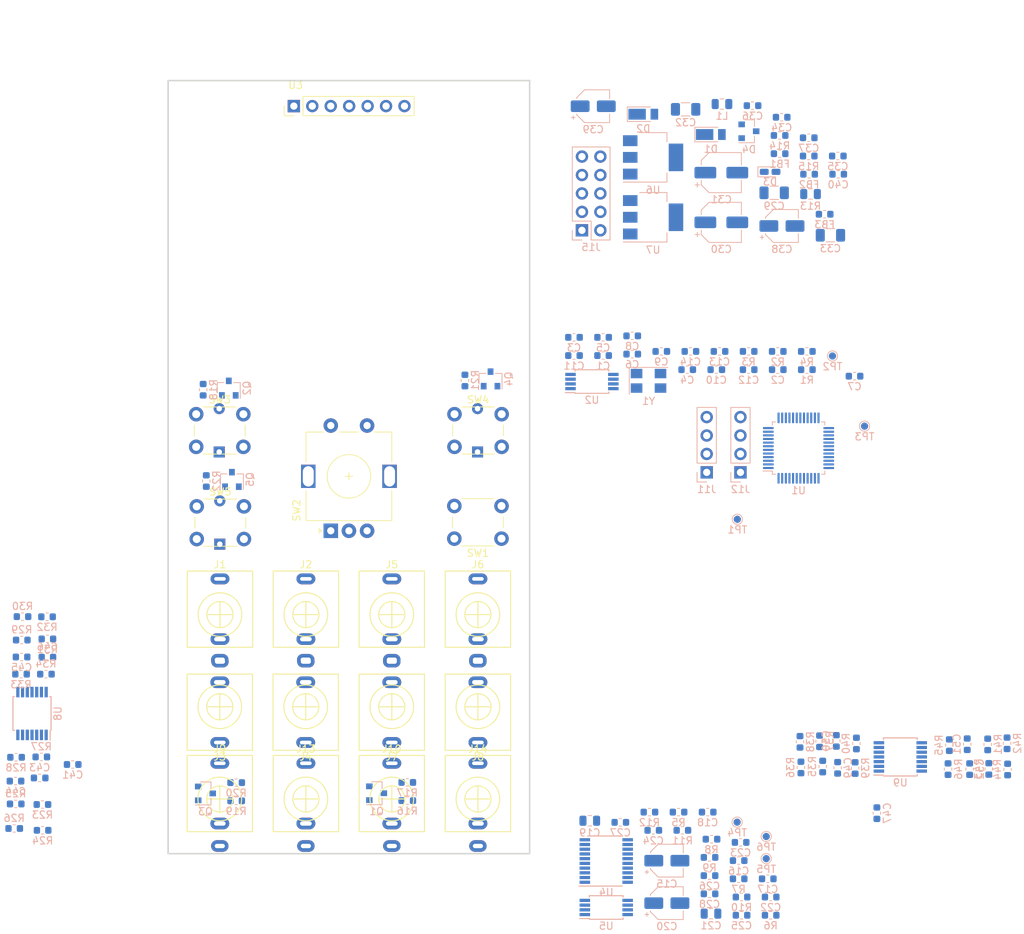
<source format=kicad_pcb>
(kicad_pcb (version 20171130) (host pcbnew "(5.1.4)-1")
  (layers (0 F.Cu signal) (31 B.Cu signal) (34 B.Paste user) (35 F.Paste user) (36 B.SilkS user) (37 F.SilkS user) (38 B.Mask user) (39 F.Mask user) (44 Edge.Cuts user))
  (net 0 "")
  (net 1 "Net-(C1-Pad1)")
  (net 2 "Net-(C2-Pad1)")
  (net 3 RESET)
  (net 4 GNDA)
  (net 5 VREF)
  (net 6 +3.3VA)
  (net 7 "Net-(C19-Pad1)")
  (net 8 "Net-(C21-Pad2)")
  (net 9 "Net-(C21-Pad1)")
  (net 10 "Net-(C22-Pad1)")
  (net 11 "Net-(C23-Pad1)")
  (net 12 "Net-(C24-Pad1)")
  (net 13 +12V)
  (net 14 -12V)
  (net 15 "Net-(C27-Pad2)")
  (net 16 "Net-(C27-Pad1)")
  (net 17 "Net-(C28-Pad2)")
  (net 18 "Net-(C28-Pad1)")
  (net 19 "Net-(C29-Pad1)")
  (net 20 "Net-(C32-Pad1)")
  (net 21 "Net-(C33-Pad1)")
  (net 22 VRef-10)
  (net 23 "Net-(C43-Pad2)")
  (net 24 CV1A)
  (net 25 "Net-(C44-Pad2)")
  (net 26 CV2A)
  (net 27 "Net-(C45-Pad2)")
  (net 28 CV3A)
  (net 29 CV4A)
  (net 30 "Net-(C49-Pad2)")
  (net 31 CV1B)
  (net 32 "Net-(C50-Pad2)")
  (net 33 CV2B)
  (net 34 CV3B)
  (net 35 CV4B)
  (net 36 "Net-(D1-Pad2)")
  (net 37 "Net-(D2-Pad2)")
  (net 38 "Net-(D2-Pad1)")
  (net 39 "Net-(D3-Pad1)")
  (net 40 /QuadCV/VOCT)
  (net 41 /QuadCV/CV1)
  (net 42 /QuadCV/CV2)
  (net 43 /QuadCV/CV3)
  (net 44 /sheet5E1FC1E7/VOCT)
  (net 45 /sheet5E1FC1E7/CV1)
  (net 46 /sheet5E1FC1E7/CV2)
  (net 47 /sheet5E1FC1E7/CV3)
  (net 48 /sheet5E008663/In)
  (net 49 /sheet5DE20AC9/In)
  (net 50 SWDIO)
  (net 51 SWCLK)
  (net 52 I2C_SDA)
  (net 53 I2C_SCL)
  (net 54 /DAC/OUTL)
  (net 55 "Net-(J13-PadTN)")
  (net 56 /DAC/OUTR)
  (net 57 "Net-(J14-PadTN)")
  (net 58 TRIGB)
  (net 59 "Net-(Q1-Pad1)")
  (net 60 "Net-(Q2-Pad2)")
  (net 61 LED1)
  (net 62 TRIGA)
  (net 63 "Net-(Q3-Pad1)")
  (net 64 "Net-(Q4-Pad2)")
  (net 65 LED2)
  (net 66 "Net-(Q5-Pad2)")
  (net 67 LED3)
  (net 68 "Net-(R3-Pad1)")
  (net 69 TFT_SDA)
  (net 70 "Net-(R4-Pad1)")
  (net 71 "Net-(R5-Pad2)")
  (net 72 "Net-(R6-Pad2)")
  (net 73 "Net-(R18-Pad1)")
  (net 74 "Net-(R21-Pad1)")
  (net 75 "Net-(R22-Pad1)")
  (net 76 ENC_CH2)
  (net 77 ENC_CH1)
  (net 78 ENC_SW)
  (net 79 BTN1)
  (net 80 BTN2)
  (net 81 BTN3)
  (net 82 I2S_CK)
  (net 83 I2S_SD)
  (net 84 I2S_WS)
  (net 85 TFT_RES)
  (net 86 MEM_MOSI)
  (net 87 MEM_MISO)
  (net 88 MEM_SCK)
  (net 89 MEM_CS)
  (net 90 TFT_DC)
  (net 91 TFT_SCL)
  (net 92 GND)
  (net 93 "Net-(C46-Pad2)")
  (net 94 "Net-(C51-Pad2)")
  (net 95 "Net-(C52-Pad2)")
  (module Crystal:Crystal_SMD_5032-4Pin_5.0x3.2mm (layer B.Cu) (at 168.1596 89.713)
    (fp_text reference Y1 (at 0 2.8) (layer B.SilkS) (effects (justify mirror)))
    (fp_text value 8MHz)
    (pad 4 smd rect (at -1.65 1) (size 1.6 1.3) (layers B.Cu B.Paste B.Mask) (net 92 GND))
    (pad 3 smd rect (at 1.65 1) (size 1.6 1.3) (layers B.Cu B.Paste B.Mask) (net 2 "Net-(C2-Pad1)"))
    (pad 2 smd rect (at 1.65 -1) (size 1.6 1.3) (layers B.Cu B.Paste B.Mask) (net 92 GND))
    (pad 1 smd rect (at -1.65 -1) (size 1.6 1.3) (layers B.Cu B.Paste B.Mask) (net 1 "Net-(C1-Pad1)"))
  )
  (module Package_SO:TSSOP-14_4.4x5mm_P0.65mm (layer B.Cu) (at 202.8444 141.5288)
    (fp_text reference U9 (at 0 3.55) (layer B.SilkS) (effects (justify mirror)))
    (fp_text value MCP6004)
    (pad 14 smd rect (at 2.95 1.95) (size 1.45 0.45) (layers B.Cu B.Paste B.Mask) (net 35 CV4B))
    (pad 13 smd rect (at 2.95 1.3) (size 1.45 0.45) (layers B.Cu B.Paste B.Mask) (net 95 "Net-(C52-Pad2)"))
    (pad 12 smd rect (at 2.95 0.65) (size 1.45 0.45) (layers B.Cu B.Paste B.Mask) (net 4 GNDA))
    (pad 11 smd rect (at 2.95 0) (size 1.45 0.45) (layers B.Cu B.Paste B.Mask) (net 4 GNDA))
    (pad 10 smd rect (at 2.95 -0.65) (size 1.45 0.45) (layers B.Cu B.Paste B.Mask) (net 4 GNDA))
    (pad 9 smd rect (at 2.95 -1.3) (size 1.45 0.45) (layers B.Cu B.Paste B.Mask) (net 94 "Net-(C51-Pad2)"))
    (pad 8 smd rect (at 2.95 -1.95) (size 1.45 0.45) (layers B.Cu B.Paste B.Mask) (net 34 CV3B))
    (pad 7 smd rect (at -2.95 -1.95) (size 1.45 0.45) (layers B.Cu B.Paste B.Mask) (net 33 CV2B))
    (pad 6 smd rect (at -2.95 -1.3) (size 1.45 0.45) (layers B.Cu B.Paste B.Mask) (net 32 "Net-(C50-Pad2)"))
    (pad 5 smd rect (at -2.95 -0.65) (size 1.45 0.45) (layers B.Cu B.Paste B.Mask) (net 4 GNDA))
    (pad 4 smd rect (at -2.95 0) (size 1.45 0.45) (layers B.Cu B.Paste B.Mask) (net 6 +3.3VA))
    (pad 3 smd rect (at -2.95 0.65) (size 1.45 0.45) (layers B.Cu B.Paste B.Mask) (net 4 GNDA))
    (pad 2 smd rect (at -2.95 1.3) (size 1.45 0.45) (layers B.Cu B.Paste B.Mask) (net 30 "Net-(C49-Pad2)"))
    (pad 1 smd rect (at -2.95 1.95) (size 1.45 0.45) (layers B.Cu B.Paste B.Mask) (net 31 CV1B))
  )
  (module Package_SO:TSSOP-14_4.4x5mm_P0.65mm (layer B.Cu) (at 83.2228 135.5446 90)
    (fp_text reference U8 (at 0 3.55 90) (layer B.SilkS) (effects (justify mirror)))
    (fp_text value MCP6004)
    (pad 14 smd rect (at 2.95 1.95 90) (size 1.45 0.45) (layers B.Cu B.Paste B.Mask) (net 29 CV4A))
    (pad 13 smd rect (at 2.95 1.3 90) (size 1.45 0.45) (layers B.Cu B.Paste B.Mask) (net 93 "Net-(C46-Pad2)"))
    (pad 12 smd rect (at 2.95 0.65 90) (size 1.45 0.45) (layers B.Cu B.Paste B.Mask) (net 4 GNDA))
    (pad 11 smd rect (at 2.95 0 90) (size 1.45 0.45) (layers B.Cu B.Paste B.Mask) (net 4 GNDA))
    (pad 10 smd rect (at 2.95 -0.65 90) (size 1.45 0.45) (layers B.Cu B.Paste B.Mask) (net 4 GNDA))
    (pad 9 smd rect (at 2.95 -1.3 90) (size 1.45 0.45) (layers B.Cu B.Paste B.Mask) (net 27 "Net-(C45-Pad2)"))
    (pad 8 smd rect (at 2.95 -1.95 90) (size 1.45 0.45) (layers B.Cu B.Paste B.Mask) (net 28 CV3A))
    (pad 7 smd rect (at -2.95 -1.95 90) (size 1.45 0.45) (layers B.Cu B.Paste B.Mask) (net 26 CV2A))
    (pad 6 smd rect (at -2.95 -1.3 90) (size 1.45 0.45) (layers B.Cu B.Paste B.Mask) (net 25 "Net-(C44-Pad2)"))
    (pad 5 smd rect (at -2.95 -0.65 90) (size 1.45 0.45) (layers B.Cu B.Paste B.Mask) (net 4 GNDA))
    (pad 4 smd rect (at -2.95 0 90) (size 1.45 0.45) (layers B.Cu B.Paste B.Mask) (net 6 +3.3VA))
    (pad 3 smd rect (at -2.95 0.65 90) (size 1.45 0.45) (layers B.Cu B.Paste B.Mask) (net 4 GNDA))
    (pad 2 smd rect (at -2.95 1.3 90) (size 1.45 0.45) (layers B.Cu B.Paste B.Mask) (net 23 "Net-(C43-Pad2)"))
    (pad 1 smd rect (at -2.95 1.95 90) (size 1.45 0.45) (layers B.Cu B.Paste B.Mask) (net 24 CV1A))
  )
  (module Package_TO_SOT_SMD:SOT-223-3_TabPin2 (layer B.Cu) (at 168.788 67.1828)
    (fp_text reference U7 (at 0 4.5) (layer B.SilkS) (effects (justify mirror)))
    (fp_text value LM1117-3.3)
    (pad 1 smd rect (at -3.15 2.3) (size 2 1.5) (layers B.Cu B.Paste B.Mask) (net 4 GNDA))
    (pad 3 smd rect (at -3.15 -2.3) (size 2 1.5) (layers B.Cu B.Paste B.Mask) (net 21 "Net-(C33-Pad1)"))
    (pad 2 smd rect (at -3.15 0) (size 2 1.5) (layers B.Cu B.Paste B.Mask) (net 6 +3.3VA))
    (pad 2 smd rect (at 3.15 0) (size 2 3.8) (layers B.Cu B.Paste B.Mask) (net 6 +3.3VA))
  )
  (module Package_TO_SOT_SMD:SOT-223-3_TabPin2 (layer B.Cu) (at 168.788 58.9328)
    (fp_text reference U6 (at 0 4.5) (layer B.SilkS) (effects (justify mirror)))
    (fp_text value LM1117-3.3)
    (pad 1 smd rect (at -3.15 2.3) (size 2 1.5) (layers B.Cu B.Paste B.Mask) (net 92 GND))
    (pad 3 smd rect (at -3.15 -2.3) (size 2 1.5) (layers B.Cu B.Paste B.Mask) (net 20 "Net-(C32-Pad1)"))
    (pad 2 smd rect (at -3.15 0) (size 2 1.5) (layers B.Cu B.Paste B.Mask) (net 3 RESET))
    (pad 2 smd rect (at 3.15 0) (size 2 3.8) (layers B.Cu B.Paste B.Mask) (net 3 RESET))
  )
  (module Package_SO:TSSOP-8_4.4x3mm_P0.65mm (layer B.Cu) (at 162.3334 162.2696)
    (fp_text reference U5 (at 0 2.55) (layer B.SilkS) (effects (justify mirror)))
    (fp_text value TL072)
    (pad 8 smd rect (at 2.95 0.975) (size 1.45 0.45) (layers B.Cu B.Paste B.Mask) (net 13 +12V))
    (pad 7 smd rect (at 2.95 0.325) (size 1.45 0.45) (layers B.Cu B.Paste B.Mask) (net 18 "Net-(C28-Pad1)"))
    (pad 6 smd rect (at 2.95 -0.325) (size 1.45 0.45) (layers B.Cu B.Paste B.Mask) (net 17 "Net-(C28-Pad2)"))
    (pad 5 smd rect (at 2.95 -0.975) (size 1.45 0.45) (layers B.Cu B.Paste B.Mask) (net 4 GNDA))
    (pad 4 smd rect (at -2.95 -0.975) (size 1.45 0.45) (layers B.Cu B.Paste B.Mask) (net 14 -12V))
    (pad 3 smd rect (at -2.95 -0.325) (size 1.45 0.45) (layers B.Cu B.Paste B.Mask) (net 4 GNDA))
    (pad 2 smd rect (at -2.95 0.325) (size 1.45 0.45) (layers B.Cu B.Paste B.Mask) (net 15 "Net-(C27-Pad2)"))
    (pad 1 smd rect (at -2.95 0.975) (size 1.45 0.45) (layers B.Cu B.Paste B.Mask) (net 16 "Net-(C27-Pad1)"))
  )
  (module Package_SO:TSSOP-20_4.4x6.5mm_P0.65mm (layer B.Cu) (at 162.3334 155.8696)
    (fp_text reference U4 (at 0 4.3) (layer B.SilkS) (effects (justify mirror)))
    (fp_text value PCM5100)
    (pad 20 smd rect (at 2.95 2.925) (size 1.45 0.45) (layers B.Cu B.Paste B.Mask) (net 3 RESET))
    (pad 19 smd rect (at 2.95 2.275) (size 1.45 0.45) (layers B.Cu B.Paste B.Mask) (net 92 GND))
    (pad 18 smd rect (at 2.95 1.625) (size 1.45 0.45) (layers B.Cu B.Paste B.Mask) (net 10 "Net-(C22-Pad1)"))
    (pad 17 smd rect (at 2.95 0.975) (size 1.45 0.45) (layers B.Cu B.Paste B.Mask) (net 3 RESET))
    (pad 16 smd rect (at 2.95 0.325) (size 1.45 0.45) (layers B.Cu B.Paste B.Mask) (net 92 GND))
    (pad 15 smd rect (at 2.95 -0.325) (size 1.45 0.45) (layers B.Cu B.Paste B.Mask) (net 84 I2S_WS))
    (pad 14 smd rect (at 2.95 -0.975) (size 1.45 0.45) (layers B.Cu B.Paste B.Mask) (net 83 I2S_SD))
    (pad 13 smd rect (at 2.95 -1.625) (size 1.45 0.45) (layers B.Cu B.Paste B.Mask) (net 82 I2S_CK))
    (pad 12 smd rect (at 2.95 -2.275) (size 1.45 0.45) (layers B.Cu B.Paste B.Mask) (net 92 GND))
    (pad 11 smd rect (at 2.95 -2.925) (size 1.45 0.45) (layers B.Cu B.Paste B.Mask) (net 3 RESET))
    (pad 10 smd rect (at -2.95 -2.925) (size 1.45 0.45) (layers B.Cu B.Paste B.Mask) (net 92 GND))
    (pad 9 smd rect (at -2.95 -2.275) (size 1.45 0.45) (layers B.Cu B.Paste B.Mask) (net 4 GNDA))
    (pad 8 smd rect (at -2.95 -1.625) (size 1.45 0.45) (layers B.Cu B.Paste B.Mask) (net 6 +3.3VA))
    (pad 7 smd rect (at -2.95 -0.975) (size 1.45 0.45) (layers B.Cu B.Paste B.Mask) (net 72 "Net-(R6-Pad2)"))
    (pad 6 smd rect (at -2.95 -0.325) (size 1.45 0.45) (layers B.Cu B.Paste B.Mask) (net 71 "Net-(R5-Pad2)"))
    (pad 5 smd rect (at -2.95 0.325) (size 1.45 0.45) (layers B.Cu B.Paste B.Mask) (net 7 "Net-(C19-Pad1)"))
    (pad 4 smd rect (at -2.95 0.975) (size 1.45 0.45) (layers B.Cu B.Paste B.Mask) (net 8 "Net-(C21-Pad2)"))
    (pad 3 smd rect (at -2.95 1.625) (size 1.45 0.45) (layers B.Cu B.Paste B.Mask) (net 4 GNDA))
    (pad 2 smd rect (at -2.95 2.275) (size 1.45 0.45) (layers B.Cu B.Paste B.Mask) (net 9 "Net-(C21-Pad1)"))
    (pad 1 smd rect (at -2.95 2.925) (size 1.45 0.45) (layers B.Cu B.Paste B.Mask) (net 6 +3.3VA))
  )
  (module Local:IPS240x240 (layer F.Cu) (at 126.90602 69.98462)
    (fp_text reference U3 (at -7.366 -20.99818 180) (layer F.SilkS))
    (fp_text value IPS240x240)
    (pad 7 thru_hole oval (at 7.63016 -18.12036 90) (size 1.7 1.7) (drill 1) (layers *.Cu *.Mask) (net 3 RESET))
    (pad 6 thru_hole oval (at 5.09016 -18.12036 90) (size 1.7 1.7) (drill 1) (layers *.Cu *.Mask) (net 90 TFT_DC))
    (pad 5 thru_hole oval (at 2.55016 -18.12036 90) (size 1.7 1.7) (drill 1) (layers *.Cu *.Mask) (net 85 TFT_RES))
    (pad 4 thru_hole oval (at 0.01016 -18.12036 90) (size 1.7 1.7) (drill 1) (layers *.Cu *.Mask) (net 70 "Net-(R4-Pad1)"))
    (pad 3 thru_hole oval (at -2.52984 -18.12036 90) (size 1.7 1.7) (drill 1) (layers *.Cu *.Mask) (net 91 TFT_SCL))
    (pad 2 thru_hole oval (at -5.06984 -18.12036 90) (size 1.7 1.7) (drill 1) (layers *.Cu *.Mask) (net 3 RESET))
    (pad 1 thru_hole rect (at -7.60984 -18.12036 90) (size 1.7 1.7) (drill 1) (layers *.Cu *.Mask) (net 92 GND))
  )
  (module Package_SO:TSSOP-8_4.4x3mm_P0.65mm (layer B.Cu) (at 160.3596 89.813)
    (fp_text reference U2 (at 0 2.55) (layer B.SilkS) (effects (justify mirror)))
    (fp_text value AT25xxx)
    (pad 8 smd rect (at 2.95 0.975) (size 1.45 0.45) (layers B.Cu B.Paste B.Mask) (net 3 RESET))
    (pad 7 smd rect (at 2.95 0.325) (size 1.45 0.45) (layers B.Cu B.Paste B.Mask) (net 3 RESET))
    (pad 6 smd rect (at 2.95 -0.325) (size 1.45 0.45) (layers B.Cu B.Paste B.Mask) (net 88 MEM_SCK))
    (pad 5 smd rect (at 2.95 -0.975) (size 1.45 0.45) (layers B.Cu B.Paste B.Mask) (net 86 MEM_MOSI))
    (pad 4 smd rect (at -2.95 -0.975) (size 1.45 0.45) (layers B.Cu B.Paste B.Mask) (net 92 GND))
    (pad 3 smd rect (at -2.95 -0.325) (size 1.45 0.45) (layers B.Cu B.Paste B.Mask) (net 3 RESET))
    (pad 2 smd rect (at -2.95 0.325) (size 1.45 0.45) (layers B.Cu B.Paste B.Mask) (net 87 MEM_MISO))
    (pad 1 smd rect (at -2.95 0.975) (size 1.45 0.45) (layers B.Cu B.Paste B.Mask) (net 89 MEM_CS))
  )
  (module Package_QFP:LQFP-48_7x7mm_P0.5mm (layer B.Cu) (at 188.824 98.9776)
    (fp_text reference U1 (at 0 5.85) (layer B.SilkS) (effects (justify mirror)))
    (fp_text value STM32G431)
    (pad 48 smd roundrect (at -2.75 4.1625) (size 0.3 1.475) (layers B.Cu B.Paste B.Mask) (net 3 RESET))
    (pad 47 smd roundrect (at -2.25 4.1625) (size 0.3 1.475) (layers B.Cu B.Paste B.Mask) (net 92 GND))
    (pad 46 smd roundrect (at -1.75 4.1625) (size 0.3 1.475) (layers B.Cu B.Paste B.Mask) (net 78 ENC_SW))
    (pad 45 smd roundrect (at -1.25 4.1625) (size 0.3 1.475) (layers B.Cu B.Paste B.Mask) (net 92 GND))
    (pad 44 smd roundrect (at -0.75 4.1625) (size 0.3 1.475) (layers B.Cu B.Paste B.Mask) (net 76 ENC_CH2))
    (pad 43 smd roundrect (at -0.25 4.1625) (size 0.3 1.475) (layers B.Cu B.Paste B.Mask) (net 77 ENC_CH1))
    (pad 42 smd roundrect (at 0.25 4.1625) (size 0.3 1.475) (layers B.Cu B.Paste B.Mask) (net 83 I2S_SD))
    (pad 41 smd roundrect (at 0.75 4.1625) (size 0.3 1.475) (layers B.Cu B.Paste B.Mask) (net 85 TFT_RES))
    (pad 40 smd roundrect (at 1.25 4.1625) (size 0.3 1.475) (layers B.Cu B.Paste B.Mask) (net 82 I2S_CK))
    (pad 39 smd roundrect (at 1.75 4.1625) (size 0.3 1.475) (layers B.Cu B.Paste B.Mask) (net 84 I2S_WS))
    (pad 38 smd roundrect (at 2.25 4.1625) (size 0.3 1.475) (layers B.Cu B.Paste B.Mask) (net 51 SWCLK))
    (pad 37 smd roundrect (at 2.75 4.1625) (size 0.3 1.475) (layers B.Cu B.Paste B.Mask) (net 50 SWDIO))
    (pad 36 smd roundrect (at 4.1625 2.75) (size 1.475 0.3) (layers B.Cu B.Paste B.Mask) (net 3 RESET))
    (pad 35 smd roundrect (at 4.1625 2.25) (size 1.475 0.3) (layers B.Cu B.Paste B.Mask) (net 92 GND))
    (pad 34 smd roundrect (at 4.1625 1.75) (size 1.475 0.3) (layers B.Cu B.Paste B.Mask) (net 67 LED3))
    (pad 33 smd roundrect (at 4.1625 1.25) (size 1.475 0.3) (layers B.Cu B.Paste B.Mask) (net 86 MEM_MOSI))
    (pad 32 smd roundrect (at 4.1625 0.75) (size 1.475 0.3) (layers B.Cu B.Paste B.Mask) (net 87 MEM_MISO))
    (pad 31 smd roundrect (at 4.1625 0.25) (size 1.475 0.3) (layers B.Cu B.Paste B.Mask) (net 53 I2C_SCL))
    (pad 30 smd roundrect (at 4.1625 -0.25) (size 1.475 0.3) (layers B.Cu B.Paste B.Mask) (net 52 I2C_SDA))
    (pad 29 smd roundrect (at 4.1625 -0.75) (size 1.475 0.3) (layers B.Cu B.Paste B.Mask) (net 35 CV4B))
    (pad 28 smd roundrect (at 4.1625 -1.25) (size 1.475 0.3) (layers B.Cu B.Paste B.Mask) (net 81 BTN3))
    (pad 27 smd roundrect (at 4.1625 -1.75) (size 1.475 0.3) (layers B.Cu B.Paste B.Mask) (net 88 MEM_SCK))
    (pad 26 smd roundrect (at 4.1625 -2.25) (size 1.475 0.3) (layers B.Cu B.Paste B.Mask) (net 89 MEM_CS))
    (pad 25 smd roundrect (at 4.1625 -2.75) (size 1.475 0.3) (layers B.Cu B.Paste B.Mask) (net 34 CV3B))
    (pad 24 smd roundrect (at 2.75 -4.1625) (size 0.3 1.475) (layers B.Cu B.Paste B.Mask) (net 3 RESET))
    (pad 23 smd roundrect (at 2.25 -4.1625) (size 0.3 1.475) (layers B.Cu B.Paste B.Mask) (net 92 GND))
    (pad 22 smd roundrect (at 1.75 -4.1625) (size 0.3 1.475) (layers B.Cu B.Paste B.Mask) (net 58 TRIGB))
    (pad 21 smd roundrect (at 1.25 -4.1625) (size 0.3 1.475) (layers B.Cu B.Paste B.Mask) (net 6 +3.3VA))
    (pad 20 smd roundrect (at 0.75 -4.1625) (size 0.3 1.475) (layers B.Cu B.Paste B.Mask) (net 5 VREF))
    (pad 19 smd roundrect (at 0.25 -4.1625) (size 0.3 1.475) (layers B.Cu B.Paste B.Mask) (net 4 GNDA))
    (pad 18 smd roundrect (at -0.25 -4.1625) (size 0.3 1.475) (layers B.Cu B.Paste B.Mask) (net 62 TRIGA))
    (pad 17 smd roundrect (at -0.75 -4.1625) (size 0.3 1.475) (layers B.Cu B.Paste B.Mask) (net 90 TFT_DC))
    (pad 16 smd roundrect (at -1.25 -4.1625) (size 0.3 1.475) (layers B.Cu B.Paste B.Mask) (net 29 CV4A))
    (pad 15 smd roundrect (at -1.75 -4.1625) (size 0.3 1.475) (layers B.Cu B.Paste B.Mask) (net 69 TFT_SDA))
    (pad 14 smd roundrect (at -2.25 -4.1625) (size 0.3 1.475) (layers B.Cu B.Paste B.Mask) (net 33 CV2B))
    (pad 13 smd roundrect (at -2.75 -4.1625) (size 0.3 1.475) (layers B.Cu B.Paste B.Mask) (net 91 TFT_SCL))
    (pad 12 smd roundrect (at -4.1625 -2.75) (size 1.475 0.3) (layers B.Cu B.Paste B.Mask) (net 80 BTN2))
    (pad 11 smd roundrect (at -4.1625 -2.25) (size 1.475 0.3) (layers B.Cu B.Paste B.Mask) (net 28 CV3A))
    (pad 10 smd roundrect (at -4.1625 -1.75) (size 1.475 0.3) (layers B.Cu B.Paste B.Mask) (net 26 CV2A))
    (pad 9 smd roundrect (at -4.1625 -1.25) (size 1.475 0.3) (layers B.Cu B.Paste B.Mask) (net 31 CV1B))
    (pad 8 smd roundrect (at -4.1625 -0.75) (size 1.475 0.3) (layers B.Cu B.Paste B.Mask) (net 24 CV1A))
    (pad 7 smd roundrect (at -4.1625 -0.25) (size 1.475 0.3) (layers B.Cu B.Paste B.Mask) (net 3 RESET))
    (pad 6 smd roundrect (at -4.1625 0.25) (size 1.475 0.3) (layers B.Cu B.Paste B.Mask) (net 68 "Net-(R3-Pad1)"))
    (pad 5 smd roundrect (at -4.1625 0.75) (size 1.475 0.3) (layers B.Cu B.Paste B.Mask) (net 1 "Net-(C1-Pad1)"))
    (pad 4 smd roundrect (at -4.1625 1.25) (size 1.475 0.3) (layers B.Cu B.Paste B.Mask) (net 65 LED2))
    (pad 3 smd roundrect (at -4.1625 1.75) (size 1.475 0.3) (layers B.Cu B.Paste B.Mask) (net 79 BTN1))
    (pad 2 smd roundrect (at -4.1625 2.25) (size 1.475 0.3) (layers B.Cu B.Paste B.Mask) (net 61 LED1))
    (pad 1 smd roundrect (at -4.1625 2.75) (size 1.475 0.3) (layers B.Cu B.Paste B.Mask) (net 3 RESET))
  )
  (module TestPoint:TestPoint_Pad_D1.0mm (layer B.Cu) (at 184.3734 152.4896)
    (fp_text reference TP6 (at 0 1.448) (layer B.SilkS) (effects (justify mirror)))
    (fp_text value TestPoint)
    (pad 1 smd circle (at 0 0) (size 1 1) (layers B.Cu B.Mask) (net 84 I2S_WS))
  )
  (module TestPoint:TestPoint_Pad_D1.0mm (layer B.Cu) (at 184.3734 155.5396)
    (fp_text reference TP5 (at 0 1.448) (layer B.SilkS) (effects (justify mirror)))
    (fp_text value TestPoint)
    (pad 1 smd circle (at 0 0) (size 1 1) (layers B.Cu B.Mask) (net 83 I2S_SD))
  )
  (module TestPoint:TestPoint_Pad_D1.0mm (layer B.Cu) (at 180.3634 150.5196)
    (fp_text reference TP4 (at 0 1.448) (layer B.SilkS) (effects (justify mirror)))
    (fp_text value TestPoint)
    (pad 1 smd circle (at 0 0) (size 1 1) (layers B.Cu B.Mask) (net 82 I2S_CK))
  )
  (module TestPoint:TestPoint_Pad_D1.0mm (layer B.Cu) (at 197.9168 95.9612)
    (fp_text reference TP3 (at 0 1.448) (layer B.SilkS) (effects (justify mirror)))
    (fp_text value TestPoint)
    (pad 1 smd circle (at 0 0) (size 1 1) (layers B.Cu B.Mask) (net 5 VREF))
  )
  (module TestPoint:TestPoint_Pad_D1.0mm (layer B.Cu) (at 193.4996 86.293)
    (fp_text reference TP2 (at 0 1.448) (layer B.SilkS) (effects (justify mirror)))
    (fp_text value TestPoint)
    (pad 1 smd circle (at 0 0) (size 1 1) (layers B.Cu B.Mask) (net 31 CV1B))
  )
  (module TestPoint:TestPoint_Pad_D1.0mm (layer B.Cu) (at 180.3908 108.7882)
    (fp_text reference TP1 (at 0 1.448) (layer B.SilkS) (effects (justify mirror)))
    (fp_text value TestPoint)
    (pad 1 smd circle (at 0 0) (size 1 1) (layers B.Cu B.Mask) (net 24 CV1A))
  )
  (module Local:SW_PUSH_LED_6mm (layer F.Cu) (at 109.093 109.2962)
    (fp_text reference SW5 (at 0.075 -4.286) (layer F.SilkS))
    (fp_text value SW_Push_LED)
    (pad 4 thru_hole rect (at 0 2.921) (size 1.524 1.524) (drill 0.762) (layers *.Cu *.Mask) (net 92 GND))
    (pad 3 thru_hole circle (at 0 -3.048) (size 1.524 1.524) (drill 0.762) (layers *.Cu *.Mask) (net 75 "Net-(R22-Pad1)"))
    (pad 1 thru_hole circle (at 3.325 -2.286 90) (size 2 2) (drill 1.1) (layers *.Cu *.Mask) (net 81 BTN3))
    (pad 2 thru_hole circle (at 3.325 2.214 90) (size 2 2) (drill 1.1) (layers *.Cu *.Mask) (net 92 GND))
    (pad 1 thru_hole circle (at -3.175 -2.286 90) (size 2 2) (drill 1.1) (layers *.Cu *.Mask) (net 81 BTN3))
    (pad 2 thru_hole circle (at -3.175 2.214 90) (size 2 2) (drill 1.1) (layers *.Cu *.Mask) (net 92 GND))
  )
  (module Local:SW_PUSH_LED_6mm (layer F.Cu) (at 144.6022 96.5962)
    (fp_text reference SW4 (at 0.075 -4.286) (layer F.SilkS))
    (fp_text value SW_Push_LED)
    (pad 4 thru_hole rect (at 0 2.921) (size 1.524 1.524) (drill 0.762) (layers *.Cu *.Mask) (net 92 GND))
    (pad 3 thru_hole circle (at 0 -3.048) (size 1.524 1.524) (drill 0.762) (layers *.Cu *.Mask) (net 74 "Net-(R21-Pad1)"))
    (pad 1 thru_hole circle (at 3.325 -2.286 90) (size 2 2) (drill 1.1) (layers *.Cu *.Mask) (net 80 BTN2))
    (pad 2 thru_hole circle (at 3.325 2.214 90) (size 2 2) (drill 1.1) (layers *.Cu *.Mask) (net 92 GND))
    (pad 1 thru_hole circle (at -3.175 -2.286 90) (size 2 2) (drill 1.1) (layers *.Cu *.Mask) (net 80 BTN2))
    (pad 2 thru_hole circle (at -3.175 2.214 90) (size 2 2) (drill 1.1) (layers *.Cu *.Mask) (net 92 GND))
  )
  (module Local:SW_PUSH_LED_6mm (layer F.Cu) (at 109.0168 96.5962)
    (fp_text reference SW3 (at 0.075 -4.286) (layer F.SilkS))
    (fp_text value SW_Push_LED)
    (pad 4 thru_hole rect (at 0 2.921) (size 1.524 1.524) (drill 0.762) (layers *.Cu *.Mask) (net 92 GND))
    (pad 3 thru_hole circle (at 0 -3.048) (size 1.524 1.524) (drill 0.762) (layers *.Cu *.Mask) (net 73 "Net-(R18-Pad1)"))
    (pad 1 thru_hole circle (at 3.325 -2.286 90) (size 2 2) (drill 1.1) (layers *.Cu *.Mask) (net 79 BTN1))
    (pad 2 thru_hole circle (at 3.325 2.214 90) (size 2 2) (drill 1.1) (layers *.Cu *.Mask) (net 92 GND))
    (pad 1 thru_hole circle (at -3.175 -2.286 90) (size 2 2) (drill 1.1) (layers *.Cu *.Mask) (net 79 BTN1))
    (pad 2 thru_hole circle (at -3.175 2.214 90) (size 2 2) (drill 1.1) (layers *.Cu *.Mask) (net 92 GND))
  )
  (module Rotary_Encoder:RotaryEncoder_Alps_EC11E-Switch_Vertical_H20mm (layer F.Cu) (at 124.3838 110.37316 90)
    (fp_text reference SW2 (at 2.8 -4.7 90) (layer F.SilkS))
    (fp_text value Rotary_Encoder_Switch)
    (pad A thru_hole rect (at 0 0 90) (size 2 2) (drill 1) (layers *.Cu *.Mask) (net 76 ENC_CH2))
    (pad C thru_hole circle (at 0 2.5 90) (size 2 2) (drill 1) (layers *.Cu *.Mask) (net 92 GND))
    (pad B thru_hole circle (at 0 5 90) (size 2 2) (drill 1) (layers *.Cu *.Mask) (net 77 ENC_CH1))
    (pad MP thru_hole rect (at 7.5 -3.1 90) (size 3.2 2) (drill oval 2.8 1.5) (layers *.Cu *.Mask))
    (pad MP thru_hole rect (at 7.5 8.1 90) (size 3.2 2) (drill oval 2.8 1.5) (layers *.Cu *.Mask))
    (pad S2 thru_hole circle (at 14.5 0 90) (size 2 2) (drill 1) (layers *.Cu *.Mask) (net 92 GND))
    (pad S1 thru_hole circle (at 14.5 5 90) (size 2 2) (drill 1) (layers *.Cu *.Mask) (net 78 ENC_SW))
  )
  (module Button_Switch_THT:SW_PUSH_6mm (layer F.Cu) (at 147.9042 111.4552 180)
    (fp_text reference SW1 (at 3.25 -2) (layer F.SilkS))
    (fp_text value SW_Push)
    (pad 1 thru_hole circle (at 6.5 0 270) (size 2 2) (drill 1.1) (layers *.Cu *.Mask) (net 92 GND))
    (pad 2 thru_hole circle (at 6.5 4.5 270) (size 2 2) (drill 1.1) (layers *.Cu *.Mask) (net 3 RESET))
    (pad 1 thru_hole circle (at 0 0 270) (size 2 2) (drill 1.1) (layers *.Cu *.Mask) (net 92 GND))
    (pad 2 thru_hole circle (at 0 4.5 270) (size 2 2) (drill 1.1) (layers *.Cu *.Mask) (net 3 RESET))
  )
  (module Resistor_SMD:R_0603_1608Metric (layer B.Cu) (at 209.423 143.2052 90)
    (fp_text reference R46 (at 0 1.43 90) (layer B.SilkS) (effects (justify mirror)))
    (fp_text value 56k)
    (pad 2 smd roundrect (at 0.7875 0 90) (size 0.875 0.95) (layers B.Cu B.Paste B.Mask) (net 95 "Net-(C52-Pad2)"))
    (pad 1 smd roundrect (at -0.7875 0 90) (size 0.875 0.95) (layers B.Cu B.Paste B.Mask) (net 35 CV4B))
  )
  (module Resistor_SMD:R_0603_1608Metric (layer B.Cu) (at 209.6008 139.9032 270)
    (fp_text reference R45 (at 0 1.43 90) (layer B.SilkS) (effects (justify mirror)))
    (fp_text value 56k)
    (pad 2 smd roundrect (at 0.7875 0 270) (size 0.875 0.95) (layers B.Cu B.Paste B.Mask) (net 94 "Net-(C51-Pad2)"))
    (pad 1 smd roundrect (at -0.7875 0 270) (size 0.875 0.95) (layers B.Cu B.Paste B.Mask) (net 34 CV3B))
  )
  (module Resistor_SMD:R_0603_1608Metric (layer B.Cu) (at 217.6272 143.256 270)
    (fp_text reference R44 (at 0 1.43 90) (layer B.SilkS) (effects (justify mirror)))
    (fp_text value 100k)
    (pad 2 smd roundrect (at 0.7875 0 270) (size 0.875 0.95) (layers B.Cu B.Paste B.Mask) (net 47 /sheet5E1FC1E7/CV3))
    (pad 1 smd roundrect (at -0.7875 0 270) (size 0.875 0.95) (layers B.Cu B.Paste B.Mask) (net 95 "Net-(C52-Pad2)"))
  )
  (module Resistor_SMD:R_0603_1608Metric (layer B.Cu) (at 215.0364 143.1798 270)
    (fp_text reference R43 (at 0 1.43 90) (layer B.SilkS) (effects (justify mirror)))
    (fp_text value 200k)
    (pad 2 smd roundrect (at 0.7875 0 270) (size 0.875 0.95) (layers B.Cu B.Paste B.Mask) (net 22 VRef-10))
    (pad 1 smd roundrect (at -0.7875 0 270) (size 0.875 0.95) (layers B.Cu B.Paste B.Mask) (net 95 "Net-(C52-Pad2)"))
  )
  (module Resistor_SMD:R_0603_1608Metric (layer B.Cu) (at 217.551 139.6492 90)
    (fp_text reference R42 (at 0 1.43 90) (layer B.SilkS) (effects (justify mirror)))
    (fp_text value 100k)
    (pad 2 smd roundrect (at 0.7875 0 90) (size 0.875 0.95) (layers B.Cu B.Paste B.Mask) (net 46 /sheet5E1FC1E7/CV2))
    (pad 1 smd roundrect (at -0.7875 0 90) (size 0.875 0.95) (layers B.Cu B.Paste B.Mask) (net 94 "Net-(C51-Pad2)"))
  )
  (module Resistor_SMD:R_0603_1608Metric (layer B.Cu) (at 214.884 139.8016 90)
    (fp_text reference R41 (at 0 1.43 90) (layer B.SilkS) (effects (justify mirror)))
    (fp_text value 200k)
    (pad 2 smd roundrect (at 0.7875 0 90) (size 0.875 0.95) (layers B.Cu B.Paste B.Mask) (net 22 VRef-10))
    (pad 1 smd roundrect (at -0.7875 0 90) (size 0.875 0.95) (layers B.Cu B.Paste B.Mask) (net 94 "Net-(C51-Pad2)"))
  )
  (module Resistor_SMD:R_0603_1608Metric (layer B.Cu) (at 196.7992 139.6746 270)
    (fp_text reference R40 (at 0 1.43 90) (layer B.SilkS) (effects (justify mirror)))
    (fp_text value 56k)
    (pad 2 smd roundrect (at 0.7875 0 270) (size 0.875 0.95) (layers B.Cu B.Paste B.Mask) (net 32 "Net-(C50-Pad2)"))
    (pad 1 smd roundrect (at -0.7875 0 270) (size 0.875 0.95) (layers B.Cu B.Paste B.Mask) (net 33 CV2B))
  )
  (module Resistor_SMD:R_0603_1608Metric (layer B.Cu) (at 196.6214 143.0527 90)
    (fp_text reference R39 (at 0 1.43 90) (layer B.SilkS) (effects (justify mirror)))
    (fp_text value 33k)
    (pad 2 smd roundrect (at 0.7875 0 90) (size 0.875 0.95) (layers B.Cu B.Paste B.Mask) (net 30 "Net-(C49-Pad2)"))
    (pad 1 smd roundrect (at -0.7875 0 90) (size 0.875 0.95) (layers B.Cu B.Paste B.Mask) (net 31 CV1B))
  )
  (module Resistor_SMD:R_0603_1608Metric (layer B.Cu) (at 189.0268 139.446 90)
    (fp_text reference R38 (at 0 1.43 90) (layer B.SilkS) (effects (justify mirror)))
    (fp_text value 100k)
    (pad 2 smd roundrect (at 0.7875 0 90) (size 0.875 0.95) (layers B.Cu B.Paste B.Mask) (net 45 /sheet5E1FC1E7/CV1))
    (pad 1 smd roundrect (at -0.7875 0 90) (size 0.875 0.95) (layers B.Cu B.Paste B.Mask) (net 32 "Net-(C50-Pad2)"))
  )
  (module Resistor_SMD:R_0603_1608Metric (layer B.Cu) (at 191.7192 139.3698 90)
    (fp_text reference R37 (at 0 1.43 90) (layer B.SilkS) (effects (justify mirror)))
    (fp_text value 200k)
    (pad 2 smd roundrect (at 0.7875 0 90) (size 0.875 0.95) (layers B.Cu B.Paste B.Mask) (net 22 VRef-10))
    (pad 1 smd roundrect (at -0.7875 0 90) (size 0.875 0.95) (layers B.Cu B.Paste B.Mask) (net 32 "Net-(C50-Pad2)"))
  )
  (module Resistor_SMD:R_0603_1608Metric (layer B.Cu) (at 189.1538 142.9766 270)
    (fp_text reference R36 (at 0 1.43 90) (layer B.SilkS) (effects (justify mirror)))
    (fp_text value 100k)
    (pad 2 smd roundrect (at 0.7875 0 270) (size 0.875 0.95) (layers B.Cu B.Paste B.Mask) (net 44 /sheet5E1FC1E7/VOCT))
    (pad 1 smd roundrect (at -0.7875 0 270) (size 0.875 0.95) (layers B.Cu B.Paste B.Mask) (net 30 "Net-(C49-Pad2)"))
  )
  (module Resistor_SMD:R_0603_1608Metric (layer B.Cu) (at 192.151 142.8496 270)
    (fp_text reference R35 (at 0 1.43 90) (layer B.SilkS) (effects (justify mirror)))
    (fp_text value 169k)
    (pad 2 smd roundrect (at 0.7875 0 270) (size 0.875 0.95) (layers B.Cu B.Paste B.Mask) (net 22 VRef-10))
    (pad 1 smd roundrect (at -0.7875 0 270) (size 0.875 0.95) (layers B.Cu B.Paste B.Mask) (net 30 "Net-(C49-Pad2)"))
  )
  (module Resistor_SMD:R_0603_1608Metric (layer B.Cu) (at 85.1408 130.1242 180)
    (fp_text reference R34 (at 0 1.43) (layer B.SilkS) (effects (justify mirror)))
    (fp_text value 56k)
    (pad 2 smd roundrect (at 0.7875 0 180) (size 0.875 0.95) (layers B.Cu B.Paste B.Mask) (net 93 "Net-(C46-Pad2)"))
    (pad 1 smd roundrect (at -0.7875 0 180) (size 0.875 0.95) (layers B.Cu B.Paste B.Mask) (net 29 CV4A))
  )
  (module Resistor_SMD:R_0603_1608Metric (layer B.Cu) (at 81.7118 130.1242)
    (fp_text reference R33 (at 0 1.43) (layer B.SilkS) (effects (justify mirror)))
    (fp_text value 56k)
    (pad 2 smd roundrect (at 0.7875 0) (size 0.875 0.95) (layers B.Cu B.Paste B.Mask) (net 27 "Net-(C45-Pad2)"))
    (pad 1 smd roundrect (at -0.7875 0) (size 0.875 0.95) (layers B.Cu B.Paste B.Mask) (net 28 CV3A))
  )
  (module Resistor_SMD:R_0603_1608Metric (layer B.Cu) (at 85.2932 122.2248)
    (fp_text reference R32 (at 0 1.43) (layer B.SilkS) (effects (justify mirror)))
    (fp_text value 100k)
    (pad 2 smd roundrect (at 0.7875 0) (size 0.875 0.95) (layers B.Cu B.Paste B.Mask) (net 43 /QuadCV/CV3))
    (pad 1 smd roundrect (at -0.7875 0) (size 0.875 0.95) (layers B.Cu B.Paste B.Mask) (net 93 "Net-(C46-Pad2)"))
  )
  (module Resistor_SMD:R_0603_1608Metric (layer B.Cu) (at 85.344 125.2728)
    (fp_text reference R31 (at 0 1.43) (layer B.SilkS) (effects (justify mirror)))
    (fp_text value 200k)
    (pad 2 smd roundrect (at 0.7875 0) (size 0.875 0.95) (layers B.Cu B.Paste B.Mask) (net 22 VRef-10))
    (pad 1 smd roundrect (at -0.7875 0) (size 0.875 0.95) (layers B.Cu B.Paste B.Mask) (net 93 "Net-(C46-Pad2)"))
  )
  (module Resistor_SMD:R_0603_1608Metric (layer B.Cu) (at 81.9151 122.1994 180)
    (fp_text reference R30 (at 0 1.43) (layer B.SilkS) (effects (justify mirror)))
    (fp_text value 100k)
    (pad 2 smd roundrect (at 0.7875 0 180) (size 0.875 0.95) (layers B.Cu B.Paste B.Mask) (net 42 /QuadCV/CV2))
    (pad 1 smd roundrect (at -0.7875 0 180) (size 0.875 0.95) (layers B.Cu B.Paste B.Mask) (net 27 "Net-(C45-Pad2)"))
  )
  (module Resistor_SMD:R_0603_1608Metric (layer B.Cu) (at 81.8134 125.4252 180)
    (fp_text reference R29 (at 0 1.43) (layer B.SilkS) (effects (justify mirror)))
    (fp_text value 200k)
    (pad 2 smd roundrect (at 0.7875 0 180) (size 0.875 0.95) (layers B.Cu B.Paste B.Mask) (net 22 VRef-10))
    (pad 1 smd roundrect (at -0.7875 0 180) (size 0.875 0.95) (layers B.Cu B.Paste B.Mask) (net 27 "Net-(C45-Pad2)"))
  )
  (module Resistor_SMD:R_0603_1608Metric (layer B.Cu) (at 81.026 141.5796)
    (fp_text reference R28 (at 0 1.43) (layer B.SilkS) (effects (justify mirror)))
    (fp_text value 56k)
    (pad 2 smd roundrect (at 0.7875 0) (size 0.875 0.95) (layers B.Cu B.Paste B.Mask) (net 25 "Net-(C44-Pad2)"))
    (pad 1 smd roundrect (at -0.7875 0) (size 0.875 0.95) (layers B.Cu B.Paste B.Mask) (net 26 CV2A))
  )
  (module Resistor_SMD:R_0603_1608Metric (layer B.Cu) (at 84.5058 141.5288 180)
    (fp_text reference R27 (at 0 1.43) (layer B.SilkS) (effects (justify mirror)))
    (fp_text value 33k)
    (pad 2 smd roundrect (at 0.7875 0 180) (size 0.875 0.95) (layers B.Cu B.Paste B.Mask) (net 23 "Net-(C43-Pad2)"))
    (pad 1 smd roundrect (at -0.7875 0 180) (size 0.875 0.95) (layers B.Cu B.Paste B.Mask) (net 24 CV1A))
  )
  (module Resistor_SMD:R_0603_1608Metric (layer B.Cu) (at 80.772 151.384 180)
    (fp_text reference R26 (at 0 1.43) (layer B.SilkS) (effects (justify mirror)))
    (fp_text value 100k)
    (pad 2 smd roundrect (at 0.7875 0 180) (size 0.875 0.95) (layers B.Cu B.Paste B.Mask) (net 41 /QuadCV/CV1))
    (pad 1 smd roundrect (at -0.7875 0 180) (size 0.875 0.95) (layers B.Cu B.Paste B.Mask) (net 25 "Net-(C44-Pad2)"))
  )
  (module Resistor_SMD:R_0603_1608Metric (layer B.Cu) (at 80.9752 148.0058 180)
    (fp_text reference R25 (at 0 1.43) (layer B.SilkS) (effects (justify mirror)))
    (fp_text value 200k)
    (pad 2 smd roundrect (at 0.7875 0 180) (size 0.875 0.95) (layers B.Cu B.Paste B.Mask) (net 22 VRef-10))
    (pad 1 smd roundrect (at -0.7875 0 180) (size 0.875 0.95) (layers B.Cu B.Paste B.Mask) (net 25 "Net-(C44-Pad2)"))
  )
  (module Resistor_SMD:R_0603_1608Metric (layer B.Cu) (at 84.6836 151.638)
    (fp_text reference R24 (at 0 1.43) (layer B.SilkS) (effects (justify mirror)))
    (fp_text value 100k)
    (pad 2 smd roundrect (at 0.7875 0) (size 0.875 0.95) (layers B.Cu B.Paste B.Mask) (net 40 /QuadCV/VOCT))
    (pad 1 smd roundrect (at -0.7875 0) (size 0.875 0.95) (layers B.Cu B.Paste B.Mask) (net 23 "Net-(C43-Pad2)"))
  )
  (module Resistor_SMD:R_0603_1608Metric (layer B.Cu) (at 84.6582 148.082)
    (fp_text reference R23 (at 0 1.43) (layer B.SilkS) (effects (justify mirror)))
    (fp_text value 169k)
    (pad 2 smd roundrect (at 0.7875 0) (size 0.875 0.95) (layers B.Cu B.Paste B.Mask) (net 22 VRef-10))
    (pad 1 smd roundrect (at -0.7875 0) (size 0.875 0.95) (layers B.Cu B.Paste B.Mask) (net 23 "Net-(C43-Pad2)"))
  )
  (module Resistor_SMD:R_0603_1608Metric (layer B.Cu) (at 107.235 103.518 90)
    (fp_text reference R22 (at 0 1.43 90) (layer B.SilkS) (effects (justify mirror)))
    (fp_text value 47)
    (pad 2 smd roundrect (at 0.7875 0 90) (size 0.875 0.95) (layers B.Cu B.Paste B.Mask) (net 66 "Net-(Q5-Pad2)"))
    (pad 1 smd roundrect (at -0.7875 0 90) (size 0.875 0.95) (layers B.Cu B.Paste B.Mask) (net 75 "Net-(R22-Pad1)"))
  )
  (module Resistor_SMD:R_0603_1608Metric (layer B.Cu) (at 142.8638 89.6692 90)
    (fp_text reference R21 (at 0 1.43 90) (layer B.SilkS) (effects (justify mirror)))
    (fp_text value 47)
    (pad 2 smd roundrect (at 0.7875 0 90) (size 0.875 0.95) (layers B.Cu B.Paste B.Mask) (net 64 "Net-(Q4-Pad2)"))
    (pad 1 smd roundrect (at -0.7875 0 90) (size 0.875 0.95) (layers B.Cu B.Paste B.Mask) (net 74 "Net-(R21-Pad1)"))
  )
  (module Resistor_SMD:R_0603_1608Metric (layer B.Cu) (at 111.3488 145.0662)
    (fp_text reference R20 (at 0 1.43) (layer B.SilkS) (effects (justify mirror)))
    (fp_text value 10k)
    (pad 2 smd roundrect (at 0.7875 0) (size 0.875 0.95) (layers B.Cu B.Paste B.Mask) (net 62 TRIGA))
    (pad 1 smd roundrect (at -0.7875 0) (size 0.875 0.95) (layers B.Cu B.Paste B.Mask) (net 3 RESET))
  )
  (module Resistor_SMD:R_0603_1608Metric (layer B.Cu) (at 111.3488 147.5762)
    (fp_text reference R19 (at 0 1.43) (layer B.SilkS) (effects (justify mirror)))
    (fp_text value 100k)
    (pad 2 smd roundrect (at 0.7875 0) (size 0.875 0.95) (layers B.Cu B.Paste B.Mask) (net 63 "Net-(Q3-Pad1)"))
    (pad 1 smd roundrect (at -0.7875 0) (size 0.875 0.95) (layers B.Cu B.Paste B.Mask) (net 48 /sheet5E008663/In))
  )
  (module Resistor_SMD:R_0603_1608Metric (layer B.Cu) (at 106.802 90.9394 90)
    (fp_text reference R18 (at 0 1.43 90) (layer B.SilkS) (effects (justify mirror)))
    (fp_text value 47)
    (pad 2 smd roundrect (at 0.7875 0 90) (size 0.875 0.95) (layers B.Cu B.Paste B.Mask) (net 60 "Net-(Q2-Pad2)"))
    (pad 1 smd roundrect (at -0.7875 0 90) (size 0.875 0.95) (layers B.Cu B.Paste B.Mask) (net 73 "Net-(R18-Pad1)"))
  )
  (module Resistor_SMD:R_0603_1608Metric (layer B.Cu) (at 134.9256 145.0396)
    (fp_text reference R17 (at 0 1.43) (layer B.SilkS) (effects (justify mirror)))
    (fp_text value 10k)
    (pad 2 smd roundrect (at 0.7875 0) (size 0.875 0.95) (layers B.Cu B.Paste B.Mask) (net 58 TRIGB))
    (pad 1 smd roundrect (at -0.7875 0) (size 0.875 0.95) (layers B.Cu B.Paste B.Mask) (net 3 RESET))
  )
  (module Resistor_SMD:R_0603_1608Metric (layer B.Cu) (at 134.9256 147.5496)
    (fp_text reference R16 (at 0 1.43) (layer B.SilkS) (effects (justify mirror)))
    (fp_text value 100k)
    (pad 2 smd roundrect (at 0.7875 0) (size 0.875 0.95) (layers B.Cu B.Paste B.Mask) (net 59 "Net-(Q1-Pad1)"))
    (pad 1 smd roundrect (at -0.7875 0) (size 0.875 0.95) (layers B.Cu B.Paste B.Mask) (net 49 /sheet5DE20AC9/In))
  )
  (module Resistor_SMD:R_0603_1608Metric (layer B.Cu) (at 190.228 58.7428)
    (fp_text reference R15 (at 0 1.43) (layer B.SilkS) (effects (justify mirror)))
    (fp_text value 2k2)
    (pad 2 smd roundrect (at 0.7875 0) (size 0.875 0.95) (layers B.Cu B.Paste B.Mask) (net 22 VRef-10))
    (pad 1 smd roundrect (at -0.7875 0) (size 0.875 0.95) (layers B.Cu B.Paste B.Mask) (net 14 -12V))
  )
  (module Resistor_SMD:R_0603_1608Metric (layer B.Cu) (at 186.218 55.9128)
    (fp_text reference R14 (at 0 1.43) (layer B.SilkS) (effects (justify mirror)))
    (fp_text value 1k)
    (pad 2 smd roundrect (at 0.7875 0) (size 0.875 0.95) (layers B.Cu B.Paste B.Mask) (net 14 -12V))
    (pad 1 smd roundrect (at -0.7875 0) (size 0.875 0.95) (layers B.Cu B.Paste B.Mask) (net 39 "Net-(D3-Pad1)"))
  )
  (module Resistor_SMD:R_0805_2012Metric (layer B.Cu) (at 190.478 63.9828)
    (fp_text reference R13 (at 0 1.65) (layer B.SilkS) (effects (justify mirror)))
    (fp_text value 0)
    (pad 2 smd roundrect (at 0.9375 0) (size 0.975 1.4) (layers B.Cu B.Paste B.Mask) (net 92 GND))
    (pad 1 smd roundrect (at -0.9375 0) (size 0.975 1.4) (layers B.Cu B.Paste B.Mask) (net 4 GNDA))
  )
  (module Resistor_SMD:R_0603_1608Metric (layer B.Cu) (at 168.2834 149.1296)
    (fp_text reference R12 (at 0 1.43) (layer B.SilkS) (effects (justify mirror)))
    (fp_text value 1k)
    (pad 2 smd roundrect (at 0.7875 0) (size 0.875 0.95) (layers B.Cu B.Paste B.Mask) (net 18 "Net-(C28-Pad1)"))
    (pad 1 smd roundrect (at -0.7875 0) (size 0.875 0.95) (layers B.Cu B.Paste B.Mask) (net 56 /DAC/OUTR))
  )
  (module Resistor_SMD:R_0603_1608Metric (layer B.Cu) (at 172.8234 151.6396)
    (fp_text reference R11 (at 0 1.43) (layer B.SilkS) (effects (justify mirror)))
    (fp_text value 1k)
    (pad 2 smd roundrect (at 0.7875 0) (size 0.875 0.95) (layers B.Cu B.Paste B.Mask) (net 16 "Net-(C27-Pad1)"))
    (pad 1 smd roundrect (at -0.7875 0) (size 0.875 0.95) (layers B.Cu B.Paste B.Mask) (net 54 /DAC/OUTL))
  )
  (module Resistor_SMD:R_0603_1608Metric (layer B.Cu) (at 180.9734 160.8296)
    (fp_text reference R10 (at 0 1.43) (layer B.SilkS) (effects (justify mirror)))
    (fp_text value 33k)
    (pad 2 smd roundrect (at 0.7875 0) (size 0.875 0.95) (layers B.Cu B.Paste B.Mask) (net 17 "Net-(C28-Pad2)"))
    (pad 1 smd roundrect (at -0.7875 0) (size 0.875 0.95) (layers B.Cu B.Paste B.Mask) (net 18 "Net-(C28-Pad1)"))
  )
  (module Resistor_SMD:R_0603_1608Metric (layer B.Cu) (at 176.5634 155.3696)
    (fp_text reference R9 (at 0 1.43) (layer B.SilkS) (effects (justify mirror)))
    (fp_text value 33k)
    (pad 2 smd roundrect (at 0.7875 0) (size 0.875 0.95) (layers B.Cu B.Paste B.Mask) (net 15 "Net-(C27-Pad2)"))
    (pad 1 smd roundrect (at -0.7875 0) (size 0.875 0.95) (layers B.Cu B.Paste B.Mask) (net 16 "Net-(C27-Pad1)"))
  )
  (module Resistor_SMD:R_0603_1608Metric (layer B.Cu) (at 176.8334 152.8596)
    (fp_text reference R8 (at 0 1.43) (layer B.SilkS) (effects (justify mirror)))
    (fp_text value 18k)
    (pad 2 smd roundrect (at 0.7875 0) (size 0.875 0.95) (layers B.Cu B.Paste B.Mask) (net 12 "Net-(C24-Pad1)"))
    (pad 1 smd roundrect (at -0.7875 0) (size 0.875 0.95) (layers B.Cu B.Paste B.Mask) (net 17 "Net-(C28-Pad2)"))
  )
  (module Resistor_SMD:R_0603_1608Metric (layer B.Cu) (at 180.5734 158.3196)
    (fp_text reference R7 (at 0 1.43) (layer B.SilkS) (effects (justify mirror)))
    (fp_text value 18k)
    (pad 2 smd roundrect (at 0.7875 0) (size 0.875 0.95) (layers B.Cu B.Paste B.Mask) (net 11 "Net-(C23-Pad1)"))
    (pad 1 smd roundrect (at -0.7875 0) (size 0.875 0.95) (layers B.Cu B.Paste B.Mask) (net 15 "Net-(C27-Pad2)"))
  )
  (module Resistor_SMD:R_0603_1608Metric (layer B.Cu) (at 184.9834 163.3396)
    (fp_text reference R6 (at 0 1.43) (layer B.SilkS) (effects (justify mirror)))
    (fp_text value 470)
    (pad 2 smd roundrect (at 0.7875 0) (size 0.875 0.95) (layers B.Cu B.Paste B.Mask) (net 72 "Net-(R6-Pad2)"))
    (pad 1 smd roundrect (at -0.7875 0) (size 0.875 0.95) (layers B.Cu B.Paste B.Mask) (net 12 "Net-(C24-Pad1)"))
  )
  (module Resistor_SMD:R_0603_1608Metric (layer B.Cu) (at 172.2934 149.1296)
    (fp_text reference R5 (at 0 1.43) (layer B.SilkS) (effects (justify mirror)))
    (fp_text value 470)
    (pad 2 smd roundrect (at 0.7875 0) (size 0.875 0.95) (layers B.Cu B.Paste B.Mask) (net 71 "Net-(R5-Pad2)"))
    (pad 1 smd roundrect (at -0.7875 0) (size 0.875 0.95) (layers B.Cu B.Paste B.Mask) (net 11 "Net-(C23-Pad1)"))
  )
  (module Resistor_SMD:R_0603_1608Metric (layer B.Cu) (at 189.9696 85.663)
    (fp_text reference R4 (at 0 1.43) (layer B.SilkS) (effects (justify mirror)))
    (fp_text value 1k)
    (pad 2 smd roundrect (at 0.7875 0) (size 0.875 0.95) (layers B.Cu B.Paste B.Mask) (net 69 TFT_SDA))
    (pad 1 smd roundrect (at -0.7875 0) (size 0.875 0.95) (layers B.Cu B.Paste B.Mask) (net 70 "Net-(R4-Pad1)"))
  )
  (module Resistor_SMD:R_0603_1608Metric (layer B.Cu) (at 181.9496 85.663)
    (fp_text reference R3 (at 0 1.43) (layer B.SilkS) (effects (justify mirror)))
    (fp_text value 470)
    (pad 2 smd roundrect (at 0.7875 0) (size 0.875 0.95) (layers B.Cu B.Paste B.Mask) (net 2 "Net-(C2-Pad1)"))
    (pad 1 smd roundrect (at -0.7875 0) (size 0.875 0.95) (layers B.Cu B.Paste B.Mask) (net 68 "Net-(R3-Pad1)"))
  )
  (module Resistor_SMD:R_0603_1608Metric (layer B.Cu) (at 185.9596 85.663)
    (fp_text reference R2 (at 0 1.43) (layer B.SilkS) (effects (justify mirror)))
    (fp_text value 4k7)
    (pad 2 smd roundrect (at 0.7875 0) (size 0.875 0.95) (layers B.Cu B.Paste B.Mask) (net 53 I2C_SCL))
    (pad 1 smd roundrect (at -0.7875 0) (size 0.875 0.95) (layers B.Cu B.Paste B.Mask) (net 3 RESET))
  )
  (module Resistor_SMD:R_0603_1608Metric (layer B.Cu) (at 189.9696 88.173)
    (fp_text reference R1 (at 0 1.43) (layer B.SilkS) (effects (justify mirror)))
    (fp_text value 4k7)
    (pad 2 smd roundrect (at 0.7875 0) (size 0.875 0.95) (layers B.Cu B.Paste B.Mask) (net 52 I2C_SDA))
    (pad 1 smd roundrect (at -0.7875 0) (size 0.875 0.95) (layers B.Cu B.Paste B.Mask) (net 3 RESET))
  )
  (module Package_TO_SOT_SMD:SOT-23 (layer B.Cu) (at 110.765 103.298 90)
    (fp_text reference Q5 (at 0 2.5 90) (layer B.SilkS) (effects (justify mirror)))
    (fp_text value BC847)
    (pad 3 smd rect (at 1 0 90) (size 0.9 0.8) (layers B.Cu B.Paste B.Mask) (net 13 +12V))
    (pad 2 smd rect (at -1 -0.95 90) (size 0.9 0.8) (layers B.Cu B.Paste B.Mask) (net 66 "Net-(Q5-Pad2)"))
    (pad 1 smd rect (at -1 0.95 90) (size 0.9 0.8) (layers B.Cu B.Paste B.Mask) (net 67 LED3))
  )
  (module Package_TO_SOT_SMD:SOT-23 (layer B.Cu) (at 146.3938 89.4492 90)
    (fp_text reference Q4 (at 0 2.5 90) (layer B.SilkS) (effects (justify mirror)))
    (fp_text value BC847)
    (pad 3 smd rect (at 1 0 90) (size 0.9 0.8) (layers B.Cu B.Paste B.Mask) (net 13 +12V))
    (pad 2 smd rect (at -1 -0.95 90) (size 0.9 0.8) (layers B.Cu B.Paste B.Mask) (net 64 "Net-(Q4-Pad2)"))
    (pad 1 smd rect (at -1 0.95 90) (size 0.9 0.8) (layers B.Cu B.Paste B.Mask) (net 65 LED2))
  )
  (module Package_TO_SOT_SMD:SOT-23 (layer B.Cu) (at 107.1188 146.5562)
    (fp_text reference Q3 (at 0 2.5) (layer B.SilkS) (effects (justify mirror)))
    (fp_text value BC847)
    (pad 3 smd rect (at 1 0) (size 0.9 0.8) (layers B.Cu B.Paste B.Mask) (net 62 TRIGA))
    (pad 2 smd rect (at -1 -0.95) (size 0.9 0.8) (layers B.Cu B.Paste B.Mask) (net 92 GND))
    (pad 1 smd rect (at -1 0.95) (size 0.9 0.8) (layers B.Cu B.Paste B.Mask) (net 63 "Net-(Q3-Pad1)"))
  )
  (module Package_TO_SOT_SMD:SOT-23 (layer B.Cu) (at 110.332 90.7194 90)
    (fp_text reference Q2 (at 0 2.5 90) (layer B.SilkS) (effects (justify mirror)))
    (fp_text value BC847)
    (pad 3 smd rect (at 1 0 90) (size 0.9 0.8) (layers B.Cu B.Paste B.Mask) (net 13 +12V))
    (pad 2 smd rect (at -1 -0.95 90) (size 0.9 0.8) (layers B.Cu B.Paste B.Mask) (net 60 "Net-(Q2-Pad2)"))
    (pad 1 smd rect (at -1 0.95 90) (size 0.9 0.8) (layers B.Cu B.Paste B.Mask) (net 61 LED1))
  )
  (module Package_TO_SOT_SMD:SOT-23 (layer B.Cu) (at 130.6956 146.5296)
    (fp_text reference Q1 (at 0 2.5) (layer B.SilkS) (effects (justify mirror)))
    (fp_text value BC847)
    (pad 3 smd rect (at 1 0) (size 0.9 0.8) (layers B.Cu B.Paste B.Mask) (net 58 TRIGB))
    (pad 2 smd rect (at -1 -0.95) (size 0.9 0.8) (layers B.Cu B.Paste B.Mask) (net 92 GND))
    (pad 1 smd rect (at -1 0.95) (size 0.9 0.8) (layers B.Cu B.Paste B.Mask) (net 59 "Net-(Q1-Pad1)"))
  )
  (module Inductor_SMD:L_0805_2012Metric (layer B.Cu) (at 178.278 51.5828)
    (fp_text reference L1 (at 0 1.65) (layer B.SilkS) (effects (justify mirror)))
    (fp_text value 33u)
    (pad 2 smd roundrect (at 0.9375 0) (size 0.975 1.4) (layers B.Cu B.Paste B.Mask) (net 20 "Net-(C32-Pad1)"))
    (pad 1 smd roundrect (at -0.9375 0) (size 0.975 1.4) (layers B.Cu B.Paste B.Mask) (net 19 "Net-(C29-Pad1)"))
  )
  (module Connector_PinHeader_2.54mm:PinHeader_2x05_P2.54mm_Vertical (layer B.Cu) (at 158.988 68.9828)
    (fp_text reference J15 (at 1.27 2.33) (layer B.SilkS) (effects (justify mirror)))
    (fp_text value Conn_02x05_Odd_Even)
    (pad 10 thru_hole oval (at 2.54 -10.16) (size 1.7 1.7) (drill 1) (layers *.Cu *.Mask) (net 36 "Net-(D1-Pad2)"))
    (pad 9 thru_hole oval (at 0 -10.16) (size 1.7 1.7) (drill 1) (layers *.Cu *.Mask) (net 36 "Net-(D1-Pad2)"))
    (pad 8 thru_hole oval (at 2.54 -7.62) (size 1.7 1.7) (drill 1) (layers *.Cu *.Mask) (net 92 GND))
    (pad 7 thru_hole oval (at 0 -7.62) (size 1.7 1.7) (drill 1) (layers *.Cu *.Mask) (net 92 GND))
    (pad 6 thru_hole oval (at 2.54 -5.08) (size 1.7 1.7) (drill 1) (layers *.Cu *.Mask) (net 92 GND))
    (pad 5 thru_hole oval (at 0 -5.08) (size 1.7 1.7) (drill 1) (layers *.Cu *.Mask) (net 92 GND))
    (pad 4 thru_hole oval (at 2.54 -2.54) (size 1.7 1.7) (drill 1) (layers *.Cu *.Mask) (net 92 GND))
    (pad 3 thru_hole oval (at 0 -2.54) (size 1.7 1.7) (drill 1) (layers *.Cu *.Mask) (net 92 GND))
    (pad 2 thru_hole oval (at 2.54 0) (size 1.7 1.7) (drill 1) (layers *.Cu *.Mask) (net 38 "Net-(D2-Pad1)"))
    (pad 1 thru_hole rect (at 0 0) (size 1.7 1.7) (drill 1) (layers *.Cu *.Mask) (net 38 "Net-(D2-Pad1)"))
  )
  (module Local:PJ398SM (layer F.Cu) (at 144.653 147.32)
    (fp_text reference J14 (at 0 -6.9) (layer F.SilkS))
    (fp_text value AudioJack2_SwitchT)
    (pad T thru_hole oval (at 0 -4.92) (size 2.6 1.5) (drill oval 1.6 0.5) (layers *.Cu *.Mask) (net 56 /DAC/OUTR))
    (pad S thru_hole oval (at 0 6.48) (size 2.4 1.6) (drill oval 1.4 0.6) (layers *.Cu *.Mask) (net 92 GND))
    (pad TN thru_hole oval (at 0 3.38) (size 2.6 1.6) (drill oval 1.6 0.6) (layers *.Cu *.Mask) (net 57 "Net-(J14-PadTN)"))
  )
  (module Local:PJ398SM (layer F.Cu) (at 120.9548 147.32)
    (fp_text reference J13 (at 0 -6.9) (layer F.SilkS))
    (fp_text value AudioJack2_SwitchT)
    (pad T thru_hole oval (at 0 -4.92) (size 2.6 1.5) (drill oval 1.6 0.5) (layers *.Cu *.Mask) (net 54 /DAC/OUTL))
    (pad S thru_hole oval (at 0 6.48) (size 2.4 1.6) (drill oval 1.4 0.6) (layers *.Cu *.Mask) (net 92 GND))
    (pad TN thru_hole oval (at 0 3.38) (size 2.6 1.6) (drill oval 1.6 0.6) (layers *.Cu *.Mask) (net 55 "Net-(J13-PadTN)"))
  )
  (module Connector_PinHeader_2.54mm:PinHeader_1x04_P2.54mm_Vertical (layer B.Cu) (at 180.824 102.3276)
    (fp_text reference J12 (at 0 2.33) (layer B.SilkS) (effects (justify mirror)))
    (fp_text value Conn_01x04_Male)
    (pad 4 thru_hole oval (at 0 -7.62) (size 1.7 1.7) (drill 1) (layers *.Cu *.Mask) (net 52 I2C_SDA))
    (pad 3 thru_hole oval (at 0 -5.08) (size 1.7 1.7) (drill 1) (layers *.Cu *.Mask) (net 92 GND))
    (pad 2 thru_hole oval (at 0 -2.54) (size 1.7 1.7) (drill 1) (layers *.Cu *.Mask) (net 53 I2C_SCL))
    (pad 1 thru_hole rect (at 0 0) (size 1.7 1.7) (drill 1) (layers *.Cu *.Mask) (net 92 GND))
  )
  (module Connector_PinHeader_2.54mm:PinHeader_1x04_P2.54mm_Vertical (layer B.Cu) (at 176.174 102.3276)
    (fp_text reference J11 (at 0 2.33) (layer B.SilkS) (effects (justify mirror)))
    (fp_text value Conn_01x04_Male)
    (pad 4 thru_hole oval (at 0 -7.62) (size 1.7 1.7) (drill 1) (layers *.Cu *.Mask) (net 3 RESET))
    (pad 3 thru_hole oval (at 0 -5.08) (size 1.7 1.7) (drill 1) (layers *.Cu *.Mask) (net 50 SWDIO))
    (pad 2 thru_hole oval (at 0 -2.54) (size 1.7 1.7) (drill 1) (layers *.Cu *.Mask) (net 51 SWCLK))
    (pad 1 thru_hole rect (at 0 0) (size 1.7 1.7) (drill 1) (layers *.Cu *.Mask) (net 92 GND))
  )
  (module Local:PJ398SM (layer F.Cu) (at 132.7912 147.32)
    (fp_text reference J10 (at 0 -6.9) (layer F.SilkS))
    (fp_text value AudioJack2_SwitchT)
    (pad T thru_hole oval (at 0 -4.92) (size 2.6 1.5) (drill oval 1.6 0.5) (layers *.Cu *.Mask) (net 49 /sheet5DE20AC9/In))
    (pad S thru_hole oval (at 0 6.48) (size 2.4 1.6) (drill oval 1.4 0.6) (layers *.Cu *.Mask) (net 92 GND))
    (pad TN thru_hole oval (at 0 3.38) (size 2.6 1.6) (drill oval 1.6 0.6) (layers *.Cu *.Mask) (net 3 RESET))
  )
  (module Local:PJ398SM (layer F.Cu) (at 109.093 147.32)
    (fp_text reference J9 (at 0 -6.9) (layer F.SilkS))
    (fp_text value AudioJack2_SwitchT)
    (pad T thru_hole oval (at 0 -4.92) (size 2.6 1.5) (drill oval 1.6 0.5) (layers *.Cu *.Mask) (net 48 /sheet5E008663/In))
    (pad S thru_hole oval (at 0 6.48) (size 2.4 1.6) (drill oval 1.4 0.6) (layers *.Cu *.Mask) (net 92 GND))
    (pad TN thru_hole oval (at 0 3.38) (size 2.6 1.6) (drill oval 1.6 0.6) (layers *.Cu *.Mask) (net 3 RESET))
  )
  (module Local:PJ398SM (layer F.Cu) (at 144.653 134.62 180)
    (fp_text reference J8 (at 0 -6.9) (layer F.SilkS))
    (fp_text value AudioJack2_SwitchT)
    (pad T thru_hole oval (at 0 -4.92 180) (size 2.6 1.5) (drill oval 1.6 0.5) (layers *.Cu *.Mask) (net 47 /sheet5E1FC1E7/CV3))
    (pad S thru_hole oval (at 0 6.48 180) (size 2.4 1.6) (drill oval 1.4 0.6) (layers *.Cu *.Mask) (net 92 GND))
    (pad TN thru_hole oval (at 0 3.38 180) (size 2.6 1.6) (drill oval 1.6 0.6) (layers *.Cu *.Mask) (net 92 GND))
  )
  (module Local:PJ398SM (layer F.Cu) (at 132.7912 134.62 180)
    (fp_text reference J7 (at 0 -6.9) (layer F.SilkS))
    (fp_text value AudioJack2_SwitchT)
    (pad T thru_hole oval (at 0 -4.92 180) (size 2.6 1.5) (drill oval 1.6 0.5) (layers *.Cu *.Mask) (net 46 /sheet5E1FC1E7/CV2))
    (pad S thru_hole oval (at 0 6.48 180) (size 2.4 1.6) (drill oval 1.4 0.6) (layers *.Cu *.Mask) (net 92 GND))
    (pad TN thru_hole oval (at 0 3.38 180) (size 2.6 1.6) (drill oval 1.6 0.6) (layers *.Cu *.Mask) (net 92 GND))
  )
  (module Local:PJ398SM (layer F.Cu) (at 144.653 121.92)
    (fp_text reference J6 (at 0 -6.9) (layer F.SilkS))
    (fp_text value AudioJack2_SwitchT)
    (pad T thru_hole oval (at 0 -4.92) (size 2.6 1.5) (drill oval 1.6 0.5) (layers *.Cu *.Mask) (net 45 /sheet5E1FC1E7/CV1))
    (pad S thru_hole oval (at 0 6.48) (size 2.4 1.6) (drill oval 1.4 0.6) (layers *.Cu *.Mask) (net 92 GND))
    (pad TN thru_hole oval (at 0 3.38) (size 2.6 1.6) (drill oval 1.6 0.6) (layers *.Cu *.Mask) (net 92 GND))
  )
  (module Local:PJ398SM (layer F.Cu) (at 132.7912 121.92)
    (fp_text reference J5 (at 0 -6.9) (layer F.SilkS))
    (fp_text value AudioJack2_SwitchT)
    (pad T thru_hole oval (at 0 -4.92) (size 2.6 1.5) (drill oval 1.6 0.5) (layers *.Cu *.Mask) (net 44 /sheet5E1FC1E7/VOCT))
    (pad S thru_hole oval (at 0 6.48) (size 2.4 1.6) (drill oval 1.4 0.6) (layers *.Cu *.Mask) (net 92 GND))
    (pad TN thru_hole oval (at 0 3.38) (size 2.6 1.6) (drill oval 1.6 0.6) (layers *.Cu *.Mask) (net 92 GND))
  )
  (module Local:PJ398SM (layer F.Cu) (at 120.9294 134.62 180)
    (fp_text reference J4 (at 0 -6.9) (layer F.SilkS))
    (fp_text value AudioJack2_SwitchT)
    (pad T thru_hole oval (at 0 -4.92 180) (size 2.6 1.5) (drill oval 1.6 0.5) (layers *.Cu *.Mask) (net 43 /QuadCV/CV3))
    (pad S thru_hole oval (at 0 6.48 180) (size 2.4 1.6) (drill oval 1.4 0.6) (layers *.Cu *.Mask) (net 92 GND))
    (pad TN thru_hole oval (at 0 3.38 180) (size 2.6 1.6) (drill oval 1.6 0.6) (layers *.Cu *.Mask) (net 92 GND))
  )
  (module Local:PJ398SM (layer F.Cu) (at 109.093 134.62 180)
    (fp_text reference J3 (at 0 -6.9) (layer F.SilkS))
    (fp_text value AudioJack2_SwitchT)
    (pad T thru_hole oval (at 0 -4.92 180) (size 2.6 1.5) (drill oval 1.6 0.5) (layers *.Cu *.Mask) (net 42 /QuadCV/CV2))
    (pad S thru_hole oval (at 0 6.48 180) (size 2.4 1.6) (drill oval 1.4 0.6) (layers *.Cu *.Mask) (net 92 GND))
    (pad TN thru_hole oval (at 0 3.38 180) (size 2.6 1.6) (drill oval 1.6 0.6) (layers *.Cu *.Mask) (net 92 GND))
  )
  (module Local:PJ398SM (layer F.Cu) (at 120.9548 121.92)
    (fp_text reference J2 (at 0 -6.9) (layer F.SilkS))
    (fp_text value AudioJack2_SwitchT)
    (pad T thru_hole oval (at 0 -4.92) (size 2.6 1.5) (drill oval 1.6 0.5) (layers *.Cu *.Mask) (net 41 /QuadCV/CV1))
    (pad S thru_hole oval (at 0 6.48) (size 2.4 1.6) (drill oval 1.4 0.6) (layers *.Cu *.Mask) (net 92 GND))
    (pad TN thru_hole oval (at 0 3.38) (size 2.6 1.6) (drill oval 1.6 0.6) (layers *.Cu *.Mask) (net 92 GND))
  )
  (module Local:PJ398SM (layer F.Cu) (at 109.1184 121.92)
    (fp_text reference J1 (at 0 -6.9) (layer F.SilkS))
    (fp_text value AudioJack2_SwitchT)
    (pad T thru_hole oval (at 0 -4.92) (size 2.6 1.5) (drill oval 1.6 0.5) (layers *.Cu *.Mask) (net 40 /QuadCV/VOCT))
    (pad S thru_hole oval (at 0 6.48) (size 2.4 1.6) (drill oval 1.4 0.6) (layers *.Cu *.Mask) (net 92 GND))
    (pad TN thru_hole oval (at 0 3.38) (size 2.6 1.6) (drill oval 1.6 0.6) (layers *.Cu *.Mask) (net 92 GND))
  )
  (module Inductor_SMD:L_0603_1608Metric (layer B.Cu) (at 192.418 66.7628)
    (fp_text reference FB3 (at 0 1.43) (layer B.SilkS) (effects (justify mirror)))
    (fp_text value Ferrite_Bead)
    (pad 2 smd roundrect (at 0.7875 0) (size 0.875 0.95) (layers B.Cu B.Paste B.Mask) (net 19 "Net-(C29-Pad1)"))
    (pad 1 smd roundrect (at -0.7875 0) (size 0.875 0.95) (layers B.Cu B.Paste B.Mask) (net 21 "Net-(C33-Pad1)"))
  )
  (module Inductor_SMD:L_0603_1608Metric (layer B.Cu) (at 190.278 61.2528)
    (fp_text reference FB2 (at 0 1.43) (layer B.SilkS) (effects (justify mirror)))
    (fp_text value Ferrite_Bead)
    (pad 2 smd roundrect (at 0.7875 0) (size 0.875 0.95) (layers B.Cu B.Paste B.Mask) (net 37 "Net-(D2-Pad2)"))
    (pad 1 smd roundrect (at -0.7875 0) (size 0.875 0.95) (layers B.Cu B.Paste B.Mask) (net 14 -12V))
  )
  (module Inductor_SMD:L_0603_1608Metric (layer B.Cu) (at 186.218 58.4228)
    (fp_text reference FB1 (at 0 1.43) (layer B.SilkS) (effects (justify mirror)))
    (fp_text value Ferrite_Bead)
    (pad 2 smd roundrect (at 0.7875 0) (size 0.875 0.95) (layers B.Cu B.Paste B.Mask) (net 19 "Net-(C29-Pad1)"))
    (pad 1 smd roundrect (at -0.7875 0) (size 0.875 0.95) (layers B.Cu B.Paste B.Mask) (net 13 +12V))
  )
  (module Package_TO_SOT_SMD:SOT-23 (layer B.Cu) (at 181.988 55.3328)
    (fp_text reference D4 (at 0 2.5) (layer B.SilkS) (effects (justify mirror)))
    (fp_text value LM4040DBZ-10)
    (pad 3 smd rect (at 1 0) (size 0.9 0.8) (layers B.Cu B.Paste B.Mask))
    (pad 2 smd rect (at -1 -0.95) (size 0.9 0.8) (layers B.Cu B.Paste B.Mask) (net 22 VRef-10))
    (pad 1 smd rect (at -1 0.95) (size 0.9 0.8) (layers B.Cu B.Paste B.Mask) (net 4 GNDA))
  )
  (module LED_SMD:LED_0603_1608Metric_Castellated (layer B.Cu) (at 184.908 60.9228)
    (fp_text reference D3 (at 0 1.38) (layer B.SilkS) (effects (justify mirror)))
    (fp_text value LED)
    (pad 2 smd roundrect (at 0.8125 0) (size 1.225 0.85) (layers B.Cu B.Paste B.Mask) (net 92 GND))
    (pad 1 smd roundrect (at -0.8125 0) (size 1.225 0.85) (layers B.Cu B.Paste B.Mask) (net 39 "Net-(D3-Pad1)"))
  )
  (module Diode_SMD:D_PowerDI-123 (layer B.Cu) (at 167.438 52.9828)
    (fp_text reference D2 (at 0 2) (layer B.SilkS) (effects (justify mirror)))
    (fp_text value DFLR1400-7)
    (pad 2 smd rect (at 1.525 0 180) (size 1.05 1.5) (layers B.Cu B.Paste B.Mask) (net 37 "Net-(D2-Pad2)"))
    (pad 1 smd rect (at -0.85 0 180) (size 2.4 1.5) (layers B.Cu B.Paste B.Mask) (net 38 "Net-(D2-Pad1)"))
  )
  (module Diode_SMD:D_PowerDI-123 (layer B.Cu) (at 176.738 55.7828)
    (fp_text reference D1 (at 0 2) (layer B.SilkS) (effects (justify mirror)))
    (fp_text value DFLR1400-7)
    (pad 2 smd rect (at 1.525 0 180) (size 1.05 1.5) (layers B.Cu B.Paste B.Mask) (net 36 "Net-(D1-Pad2)"))
    (pad 1 smd rect (at -0.85 0 180) (size 2.4 1.5) (layers B.Cu B.Paste B.Mask) (net 19 "Net-(C29-Pad1)"))
  )
  (module Capacitor_SMD:C_0603_1608Metric (layer B.Cu) (at 212.3948 143.2052 90)
    (fp_text reference C52 (at 0 1.43 90) (layer B.SilkS) (effects (justify mirror)))
    (fp_text value 470p)
    (pad 2 smd roundrect (at 0.7875 0 90) (size 0.875 0.95) (layers B.Cu B.Paste B.Mask) (net 95 "Net-(C52-Pad2)"))
    (pad 1 smd roundrect (at -0.7875 0 90) (size 0.875 0.95) (layers B.Cu B.Paste B.Mask) (net 35 CV4B))
  )
  (module Capacitor_SMD:C_0603_1608Metric (layer B.Cu) (at 212.0646 139.7763 270)
    (fp_text reference C51 (at 0 1.43 90) (layer B.SilkS) (effects (justify mirror)))
    (fp_text value 470p)
    (pad 2 smd roundrect (at 0.7875 0 270) (size 0.875 0.95) (layers B.Cu B.Paste B.Mask) (net 94 "Net-(C51-Pad2)"))
    (pad 1 smd roundrect (at -0.7875 0 270) (size 0.875 0.95) (layers B.Cu B.Paste B.Mask) (net 34 CV3B))
  )
  (module Capacitor_SMD:C_0603_1608Metric (layer B.Cu) (at 194.0306 139.319 270)
    (fp_text reference C50 (at 0 1.43 90) (layer B.SilkS) (effects (justify mirror)))
    (fp_text value 470p)
    (pad 2 smd roundrect (at 0.7875 0 270) (size 0.875 0.95) (layers B.Cu B.Paste B.Mask) (net 32 "Net-(C50-Pad2)"))
    (pad 1 smd roundrect (at -0.7875 0 270) (size 0.875 0.95) (layers B.Cu B.Paste B.Mask) (net 33 CV2B))
  )
  (module Capacitor_SMD:C_0603_1608Metric (layer B.Cu) (at 194.2084 143.0274 90)
    (fp_text reference C49 (at 0 1.43 90) (layer B.SilkS) (effects (justify mirror)))
    (fp_text value 470p)
    (pad 2 smd roundrect (at 0.7875 0 90) (size 0.875 0.95) (layers B.Cu B.Paste B.Mask) (net 30 "Net-(C49-Pad2)"))
    (pad 1 smd roundrect (at -0.7875 0 90) (size 0.875 0.95) (layers B.Cu B.Paste B.Mask) (net 31 CV1B))
  )
  (module Capacitor_SMD:C_0603_1608Metric (layer B.Cu) (at 199.6186 149.2758 90)
    (fp_text reference C47 (at 0 1.43 90) (layer B.SilkS) (effects (justify mirror)))
    (fp_text value 100n)
    (pad 2 smd roundrect (at 0.7875 0 90) (size 0.875 0.95) (layers B.Cu B.Paste B.Mask) (net 4 GNDA))
    (pad 1 smd roundrect (at -0.7875 0 90) (size 0.875 0.95) (layers B.Cu B.Paste B.Mask) (net 6 +3.3VA))
  )
  (module Capacitor_SMD:C_0603_1608Metric (layer B.Cu) (at 85.344 127.7874 180)
    (fp_text reference C46 (at 0 1.43) (layer B.SilkS) (effects (justify mirror)))
    (fp_text value 470p)
    (pad 2 smd roundrect (at 0.7875 0 180) (size 0.875 0.95) (layers B.Cu B.Paste B.Mask) (net 93 "Net-(C46-Pad2)"))
    (pad 1 smd roundrect (at -0.7875 0 180) (size 0.875 0.95) (layers B.Cu B.Paste B.Mask) (net 29 CV4A))
  )
  (module Capacitor_SMD:C_0603_1608Metric (layer B.Cu) (at 81.788 127.762)
    (fp_text reference C45 (at 0 1.43) (layer B.SilkS) (effects (justify mirror)))
    (fp_text value 470p)
    (pad 2 smd roundrect (at 0.7875 0) (size 0.875 0.95) (layers B.Cu B.Paste B.Mask) (net 27 "Net-(C45-Pad2)"))
    (pad 1 smd roundrect (at -0.7875 0) (size 0.875 0.95) (layers B.Cu B.Paste B.Mask) (net 28 CV3A))
  )
  (module Capacitor_SMD:C_0603_1608Metric (layer B.Cu) (at 80.9498 144.8562)
    (fp_text reference C44 (at 0 1.43) (layer B.SilkS) (effects (justify mirror)))
    (fp_text value 470p)
    (pad 2 smd roundrect (at 0.7875 0) (size 0.875 0.95) (layers B.Cu B.Paste B.Mask) (net 25 "Net-(C44-Pad2)"))
    (pad 1 smd roundrect (at -0.7875 0) (size 0.875 0.95) (layers B.Cu B.Paste B.Mask) (net 26 CV2A))
  )
  (module Capacitor_SMD:C_0603_1608Metric (layer B.Cu) (at 84.2772 144.4244 180)
    (fp_text reference C43 (at 0 1.43) (layer B.SilkS) (effects (justify mirror)))
    (fp_text value 470p)
    (pad 2 smd roundrect (at 0.7875 0 180) (size 0.875 0.95) (layers B.Cu B.Paste B.Mask) (net 23 "Net-(C43-Pad2)"))
    (pad 1 smd roundrect (at -0.7875 0 180) (size 0.875 0.95) (layers B.Cu B.Paste B.Mask) (net 24 CV1A))
  )
  (module Capacitor_SMD:C_0603_1608Metric (layer B.Cu) (at 88.8238 142.5702)
    (fp_text reference C41 (at 0 1.43) (layer B.SilkS) (effects (justify mirror)))
    (fp_text value 100n)
    (pad 2 smd roundrect (at 0.7875 0) (size 0.875 0.95) (layers B.Cu B.Paste B.Mask) (net 4 GNDA))
    (pad 1 smd roundrect (at -0.7875 0) (size 0.875 0.95) (layers B.Cu B.Paste B.Mask) (net 6 +3.3VA))
  )
  (module Capacitor_SMD:C_0603_1608Metric (layer B.Cu) (at 194.288 61.2528)
    (fp_text reference C40 (at 0 1.43) (layer B.SilkS) (effects (justify mirror)))
    (fp_text value 1u)
    (pad 2 smd roundrect (at 0.7875 0) (size 0.875 0.95) (layers B.Cu B.Paste B.Mask) (net 4 GNDA))
    (pad 1 smd roundrect (at -0.7875 0) (size 0.875 0.95) (layers B.Cu B.Paste B.Mask) (net 22 VRef-10))
  )
  (module Capacitor_SMD:CP_Elec_4x5.8 (layer B.Cu) (at 160.538 51.8828)
    (fp_text reference C39 (at 0 3.2) (layer B.SilkS) (effects (justify mirror)))
    (fp_text value 10u)
    (pad 2 smd roundrect (at 1.8 0) (size 2.6 1.6) (layers B.Cu B.Paste B.Mask) (roundrect_rratio 0.15625) (net 4 GNDA))
    (pad 1 smd roundrect (at -1.8 0) (size 2.6 1.6) (layers B.Cu B.Paste B.Mask) (roundrect_rratio 0.15625) (net 6 +3.3VA))
  )
  (module Capacitor_SMD:CP_Elec_4x5.8 (layer B.Cu) (at 186.538 68.3828)
    (fp_text reference C38 (at 0 3.2) (layer B.SilkS) (effects (justify mirror)))
    (fp_text value 10u)
    (pad 2 smd roundrect (at 1.8 0) (size 2.6 1.6) (layers B.Cu B.Paste B.Mask) (roundrect_rratio 0.15625) (net 92 GND))
    (pad 1 smd roundrect (at -1.8 0) (size 2.6 1.6) (layers B.Cu B.Paste B.Mask) (roundrect_rratio 0.15625) (net 3 RESET))
  )
  (module Capacitor_SMD:C_0603_1608Metric (layer B.Cu) (at 190.228 56.2328)
    (fp_text reference C37 (at 0 1.43) (layer B.SilkS) (effects (justify mirror)))
    (fp_text value 100n)
    (pad 2 smd roundrect (at 0.7875 0) (size 0.875 0.95) (layers B.Cu B.Paste B.Mask) (net 4 GNDA))
    (pad 1 smd roundrect (at -0.7875 0) (size 0.875 0.95) (layers B.Cu B.Paste B.Mask) (net 6 +3.3VA))
  )
  (module Capacitor_SMD:C_0603_1608Metric (layer B.Cu) (at 182.488 51.8028)
    (fp_text reference C36 (at 0 1.43) (layer B.SilkS) (effects (justify mirror)))
    (fp_text value 100n)
    (pad 2 smd roundrect (at 0.7875 0) (size 0.875 0.95) (layers B.Cu B.Paste B.Mask) (net 92 GND))
    (pad 1 smd roundrect (at -0.7875 0) (size 0.875 0.95) (layers B.Cu B.Paste B.Mask) (net 3 RESET))
  )
  (module Capacitor_SMD:C_0603_1608Metric (layer B.Cu) (at 194.238 58.7428)
    (fp_text reference C35 (at 0 1.43) (layer B.SilkS) (effects (justify mirror)))
    (fp_text value 100n)
    (pad 2 smd roundrect (at 0.7875 0) (size 0.875 0.95) (layers B.Cu B.Paste B.Mask) (net 4 GNDA))
    (pad 1 smd roundrect (at -0.7875 0) (size 0.875 0.95) (layers B.Cu B.Paste B.Mask) (net 21 "Net-(C33-Pad1)"))
  )
  (module Capacitor_SMD:C_0603_1608Metric (layer B.Cu) (at 186.498 53.4028)
    (fp_text reference C34 (at 0 1.43) (layer B.SilkS) (effects (justify mirror)))
    (fp_text value 100n)
    (pad 2 smd roundrect (at 0.7875 0) (size 0.875 0.95) (layers B.Cu B.Paste B.Mask) (net 92 GND))
    (pad 1 smd roundrect (at -0.7875 0) (size 0.875 0.95) (layers B.Cu B.Paste B.Mask) (net 20 "Net-(C32-Pad1)"))
  )
  (module Capacitor_SMD:C_1206_3216Metric (layer B.Cu) (at 193.218 69.6628)
    (fp_text reference C33 (at 0 1.82) (layer B.SilkS) (effects (justify mirror)))
    (fp_text value 22u)
    (pad 2 smd roundrect (at 1.4 0) (size 1.25 1.75) (layers B.Cu B.Paste B.Mask) (roundrect_rratio 0.2) (net 4 GNDA))
    (pad 1 smd roundrect (at -1.4 0) (size 1.25 1.75) (layers B.Cu B.Paste B.Mask) (roundrect_rratio 0.2) (net 21 "Net-(C33-Pad1)"))
  )
  (module Capacitor_SMD:C_1206_3216Metric (layer B.Cu) (at 173.268 52.3128)
    (fp_text reference C32 (at 0 1.82) (layer B.SilkS) (effects (justify mirror)))
    (fp_text value 22u)
    (pad 2 smd roundrect (at 1.4 0) (size 1.25 1.75) (layers B.Cu B.Paste B.Mask) (roundrect_rratio 0.2) (net 92 GND))
    (pad 1 smd roundrect (at -1.4 0) (size 1.25 1.75) (layers B.Cu B.Paste B.Mask) (roundrect_rratio 0.2) (net 20 "Net-(C32-Pad1)"))
  )
  (module Capacitor_SMD:CP_Elec_5x5.4 (layer B.Cu) (at 178.188 61.0328)
    (fp_text reference C31 (at 0 3.7) (layer B.SilkS) (effects (justify mirror)))
    (fp_text value 22u)
    (pad 2 smd roundrect (at 2.2 0) (size 3 1.6) (layers B.Cu B.Paste B.Mask) (roundrect_rratio 0.15625) (net 14 -12V))
    (pad 1 smd roundrect (at -2.2 0) (size 3 1.6) (layers B.Cu B.Paste B.Mask) (roundrect_rratio 0.15625) (net 92 GND))
  )
  (module Capacitor_SMD:CP_Elec_5x5.4 (layer B.Cu) (at 178.188 67.8828)
    (fp_text reference C30 (at 0 3.7) (layer B.SilkS) (effects (justify mirror)))
    (fp_text value 22u)
    (pad 2 smd roundrect (at 2.2 0) (size 3 1.6) (layers B.Cu B.Paste B.Mask) (roundrect_rratio 0.15625) (net 92 GND))
    (pad 1 smd roundrect (at -2.2 0) (size 3 1.6) (layers B.Cu B.Paste B.Mask) (roundrect_rratio 0.15625) (net 13 +12V))
  )
  (module Capacitor_SMD:C_1206_3216Metric (layer B.Cu) (at 185.468 63.8128)
    (fp_text reference C29 (at 0 1.82) (layer B.SilkS) (effects (justify mirror)))
    (fp_text value 22u)
    (pad 2 smd roundrect (at 1.4 0) (size 1.25 1.75) (layers B.Cu B.Paste B.Mask) (roundrect_rratio 0.2) (net 92 GND))
    (pad 1 smd roundrect (at -1.4 0) (size 1.25 1.75) (layers B.Cu B.Paste B.Mask) (roundrect_rratio 0.2) (net 19 "Net-(C29-Pad1)"))
  )
  (module Capacitor_SMD:C_0603_1608Metric (layer B.Cu) (at 176.5634 160.3896)
    (fp_text reference C28 (at 0 1.43) (layer B.SilkS) (effects (justify mirror)))
    (fp_text value 100p)
    (pad 2 smd roundrect (at 0.7875 0) (size 0.875 0.95) (layers B.Cu B.Paste B.Mask) (net 17 "Net-(C28-Pad2)"))
    (pad 1 smd roundrect (at -0.7875 0) (size 0.875 0.95) (layers B.Cu B.Paste B.Mask) (net 18 "Net-(C28-Pad1)"))
  )
  (module Capacitor_SMD:C_0603_1608Metric (layer B.Cu) (at 164.2734 150.5396)
    (fp_text reference C27 (at 0 1.43) (layer B.SilkS) (effects (justify mirror)))
    (fp_text value 100p)
    (pad 2 smd roundrect (at 0.7875 0) (size 0.875 0.95) (layers B.Cu B.Paste B.Mask) (net 15 "Net-(C27-Pad2)"))
    (pad 1 smd roundrect (at -0.7875 0) (size 0.875 0.95) (layers B.Cu B.Paste B.Mask) (net 16 "Net-(C27-Pad1)"))
  )
  (module Capacitor_SMD:C_0603_1608Metric (layer B.Cu) (at 176.5634 157.8796)
    (fp_text reference C26 (at 0 1.43) (layer B.SilkS) (effects (justify mirror)))
    (fp_text value 100n)
    (pad 2 smd roundrect (at 0.7875 0) (size 0.875 0.95) (layers B.Cu B.Paste B.Mask) (net 14 -12V))
    (pad 1 smd roundrect (at -0.7875 0) (size 0.875 0.95) (layers B.Cu B.Paste B.Mask) (net 4 GNDA))
  )
  (module Capacitor_SMD:C_0603_1608Metric (layer B.Cu) (at 180.9734 163.3396)
    (fp_text reference C25 (at 0 1.43) (layer B.SilkS) (effects (justify mirror)))
    (fp_text value 100n)
    (pad 2 smd roundrect (at 0.7875 0) (size 0.875 0.95) (layers B.Cu B.Paste B.Mask) (net 4 GNDA))
    (pad 1 smd roundrect (at -0.7875 0) (size 0.875 0.95) (layers B.Cu B.Paste B.Mask) (net 13 +12V))
  )
  (module Capacitor_SMD:C_0603_1608Metric (layer B.Cu) (at 168.8134 151.6396)
    (fp_text reference C24 (at 0 1.43) (layer B.SilkS) (effects (justify mirror)))
    (fp_text value 2n2)
    (pad 2 smd roundrect (at 0.7875 0) (size 0.875 0.95) (layers B.Cu B.Paste B.Mask) (net 4 GNDA))
    (pad 1 smd roundrect (at -0.7875 0) (size 0.875 0.95) (layers B.Cu B.Paste B.Mask) (net 12 "Net-(C24-Pad1)"))
  )
  (module Capacitor_SMD:C_0603_1608Metric (layer B.Cu) (at 180.8434 153.2996)
    (fp_text reference C23 (at 0 1.43) (layer B.SilkS) (effects (justify mirror)))
    (fp_text value 2n2)
    (pad 2 smd roundrect (at 0.7875 0) (size 0.875 0.95) (layers B.Cu B.Paste B.Mask) (net 4 GNDA))
    (pad 1 smd roundrect (at -0.7875 0) (size 0.875 0.95) (layers B.Cu B.Paste B.Mask) (net 11 "Net-(C23-Pad1)"))
  )
  (module Capacitor_SMD:C_0603_1608Metric (layer B.Cu) (at 184.9834 160.8296)
    (fp_text reference C22 (at 0 1.43) (layer B.SilkS) (effects (justify mirror)))
    (fp_text value 100n)
    (pad 2 smd roundrect (at 0.7875 0) (size 0.875 0.95) (layers B.Cu B.Paste B.Mask) (net 92 GND))
    (pad 1 smd roundrect (at -0.7875 0) (size 0.875 0.95) (layers B.Cu B.Paste B.Mask) (net 10 "Net-(C22-Pad1)"))
  )
  (module Capacitor_SMD:C_0805_2012Metric (layer B.Cu) (at 176.7634 163.1196)
    (fp_text reference C21 (at 0 1.65) (layer B.SilkS) (effects (justify mirror)))
    (fp_text value 2u2)
    (pad 2 smd roundrect (at 0.9375 0) (size 0.975 1.4) (layers B.Cu B.Paste B.Mask) (net 8 "Net-(C21-Pad2)"))
    (pad 1 smd roundrect (at -0.9375 0) (size 0.975 1.4) (layers B.Cu B.Paste B.Mask) (net 9 "Net-(C21-Pad1)"))
  )
  (module Capacitor_SMD:CP_Elec_4x5.8 (layer B.Cu) (at 170.6834 161.6696)
    (fp_text reference C20 (at 0 3.2) (layer B.SilkS) (effects (justify mirror)))
    (fp_text value 10u)
    (pad 2 smd roundrect (at 1.8 0) (size 2.6 1.6) (layers B.Cu B.Paste B.Mask) (roundrect_rratio 0.15625) (net 4 GNDA))
    (pad 1 smd roundrect (at -1.8 0) (size 2.6 1.6) (layers B.Cu B.Paste B.Mask) (roundrect_rratio 0.15625) (net 6 +3.3VA))
  )
  (module Capacitor_SMD:C_0805_2012Metric (layer B.Cu) (at 160.0634 150.3196)
    (fp_text reference C19 (at 0 1.65) (layer B.SilkS) (effects (justify mirror)))
    (fp_text value 2u2)
    (pad 2 smd roundrect (at 0.9375 0) (size 0.975 1.4) (layers B.Cu B.Paste B.Mask) (net 4 GNDA))
    (pad 1 smd roundrect (at -0.9375 0) (size 0.975 1.4) (layers B.Cu B.Paste B.Mask) (net 7 "Net-(C19-Pad1)"))
  )
  (module Capacitor_SMD:C_0603_1608Metric (layer B.Cu) (at 176.3034 149.1296)
    (fp_text reference C18 (at 0 1.43) (layer B.SilkS) (effects (justify mirror)))
    (fp_text value 100n)
    (pad 2 smd roundrect (at 0.7875 0) (size 0.875 0.95) (layers B.Cu B.Paste B.Mask) (net 4 GNDA))
    (pad 1 smd roundrect (at -0.7875 0) (size 0.875 0.95) (layers B.Cu B.Paste B.Mask) (net 6 +3.3VA))
  )
  (module Capacitor_SMD:C_0603_1608Metric (layer B.Cu) (at 184.5834 158.3196)
    (fp_text reference C17 (at 0 1.43) (layer B.SilkS) (effects (justify mirror)))
    (fp_text value 100n)
    (pad 2 smd roundrect (at 0.7875 0) (size 0.875 0.95) (layers B.Cu B.Paste B.Mask) (net 4 GNDA))
    (pad 1 smd roundrect (at -0.7875 0) (size 0.875 0.95) (layers B.Cu B.Paste B.Mask) (net 6 +3.3VA))
  )
  (module Capacitor_SMD:C_0603_1608Metric (layer B.Cu) (at 180.5734 155.8096)
    (fp_text reference C16 (at 0 1.43) (layer B.SilkS) (effects (justify mirror)))
    (fp_text value 100n)
    (pad 2 smd roundrect (at 0.7875 0) (size 0.875 0.95) (layers B.Cu B.Paste B.Mask) (net 92 GND))
    (pad 1 smd roundrect (at -0.7875 0) (size 0.875 0.95) (layers B.Cu B.Paste B.Mask) (net 3 RESET))
  )
  (module Capacitor_SMD:CP_Elec_4x5.8 (layer B.Cu) (at 170.6834 155.8196)
    (fp_text reference C15 (at 0 3.2) (layer B.SilkS) (effects (justify mirror)))
    (fp_text value 10u)
    (pad 2 smd roundrect (at 1.8 0) (size 2.6 1.6) (layers B.Cu B.Paste B.Mask) (roundrect_rratio 0.15625) (net 92 GND))
    (pad 1 smd roundrect (at -1.8 0) (size 2.6 1.6) (layers B.Cu B.Paste B.Mask) (roundrect_rratio 0.15625) (net 3 RESET))
  )
  (module Capacitor_SMD:C_0603_1608Metric (layer B.Cu) (at 173.9296 85.663)
    (fp_text reference C14 (at 0 1.43) (layer B.SilkS) (effects (justify mirror)))
    (fp_text value 1u)
    (pad 2 smd roundrect (at 0.7875 0) (size 0.875 0.95) (layers B.Cu B.Paste B.Mask) (net 4 GNDA))
    (pad 1 smd roundrect (at -0.7875 0) (size 0.875 0.95) (layers B.Cu B.Paste B.Mask) (net 6 +3.3VA))
  )
  (module Capacitor_SMD:C_0603_1608Metric (layer B.Cu) (at 177.9396 85.663)
    (fp_text reference C13 (at 0 1.43) (layer B.SilkS) (effects (justify mirror)))
    (fp_text value 100n)
    (pad 2 smd roundrect (at 0.7875 0) (size 0.875 0.95) (layers B.Cu B.Paste B.Mask) (net 4 GNDA))
    (pad 1 smd roundrect (at -0.7875 0) (size 0.875 0.95) (layers B.Cu B.Paste B.Mask) (net 6 +3.3VA))
  )
  (module Capacitor_SMD:C_0603_1608Metric (layer B.Cu) (at 181.9496 88.173)
    (fp_text reference C12 (at 0 1.43) (layer B.SilkS) (effects (justify mirror)))
    (fp_text value 10n)
    (pad 2 smd roundrect (at 0.7875 0) (size 0.875 0.95) (layers B.Cu B.Paste B.Mask) (net 4 GNDA))
    (pad 1 smd roundrect (at -0.7875 0) (size 0.875 0.95) (layers B.Cu B.Paste B.Mask) (net 6 +3.3VA))
  )
  (module Capacitor_SMD:C_0603_1608Metric (layer B.Cu) (at 157.8896 86.233)
    (fp_text reference C11 (at 0 1.43) (layer B.SilkS) (effects (justify mirror)))
    (fp_text value 100n)
    (pad 2 smd roundrect (at 0.7875 0) (size 0.875 0.95) (layers B.Cu B.Paste B.Mask) (net 92 GND))
    (pad 1 smd roundrect (at -0.7875 0) (size 0.875 0.95) (layers B.Cu B.Paste B.Mask) (net 3 RESET))
  )
  (module Capacitor_SMD:C_0603_1608Metric (layer B.Cu) (at 177.4996 88.173)
    (fp_text reference C10 (at 0 1.43) (layer B.SilkS) (effects (justify mirror)))
    (fp_text value 100n)
    (pad 2 smd roundrect (at 0.7875 0) (size 0.875 0.95) (layers B.Cu B.Paste B.Mask) (net 92 GND))
    (pad 1 smd roundrect (at -0.7875 0) (size 0.875 0.95) (layers B.Cu B.Paste B.Mask) (net 3 RESET))
  )
  (module Capacitor_SMD:C_0603_1608Metric (layer B.Cu) (at 169.9196 85.663)
    (fp_text reference C9 (at 0 1.43) (layer B.SilkS) (effects (justify mirror)))
    (fp_text value 100n)
    (pad 2 smd roundrect (at 0.7875 0) (size 0.875 0.95) (layers B.Cu B.Paste B.Mask) (net 92 GND))
    (pad 1 smd roundrect (at -0.7875 0) (size 0.875 0.95) (layers B.Cu B.Paste B.Mask) (net 3 RESET))
  )
  (module Capacitor_SMD:C_0603_1608Metric (layer B.Cu) (at 165.9096 83.523)
    (fp_text reference C8 (at 0 1.43) (layer B.SilkS) (effects (justify mirror)))
    (fp_text value 1u)
    (pad 2 smd roundrect (at 0.7875 0) (size 0.875 0.95) (layers B.Cu B.Paste B.Mask) (net 92 GND))
    (pad 1 smd roundrect (at -0.7875 0) (size 0.875 0.95) (layers B.Cu B.Paste B.Mask) (net 3 RESET))
  )
  (module Capacitor_SMD:C_0603_1608Metric (layer B.Cu) (at 196.5396 89.073)
    (fp_text reference C7 (at 0 1.43) (layer B.SilkS) (effects (justify mirror)))
    (fp_text value 1u)
    (pad 2 smd roundrect (at 0.7875 0) (size 0.875 0.95) (layers B.Cu B.Paste B.Mask) (net 92 GND))
    (pad 1 smd roundrect (at -0.7875 0) (size 0.875 0.95) (layers B.Cu B.Paste B.Mask) (net 3 RESET))
  )
  (module Capacitor_SMD:C_0603_1608Metric (layer B.Cu) (at 165.9096 86.033)
    (fp_text reference C6 (at 0 1.43) (layer B.SilkS) (effects (justify mirror)))
    (fp_text value 1u)
    (pad 2 smd roundrect (at 0.7875 0) (size 0.875 0.95) (layers B.Cu B.Paste B.Mask) (net 92 GND))
    (pad 1 smd roundrect (at -0.7875 0) (size 0.875 0.95) (layers B.Cu B.Paste B.Mask) (net 3 RESET))
  )
  (module Capacitor_SMD:C_0603_1608Metric (layer B.Cu) (at 161.8996 83.723)
    (fp_text reference C5 (at 0 1.43) (layer B.SilkS) (effects (justify mirror)))
    (fp_text value 1u)
    (pad 2 smd roundrect (at 0.7875 0) (size 0.875 0.95) (layers B.Cu B.Paste B.Mask) (net 4 GNDA))
    (pad 1 smd roundrect (at -0.7875 0) (size 0.875 0.95) (layers B.Cu B.Paste B.Mask) (net 5 VREF))
  )
  (module Capacitor_SMD:C_0603_1608Metric (layer B.Cu) (at 173.4896 88.173)
    (fp_text reference C4 (at 0 1.43) (layer B.SilkS) (effects (justify mirror)))
    (fp_text value 100n)
    (pad 2 smd roundrect (at 0.7875 0) (size 0.875 0.95) (layers B.Cu B.Paste B.Mask) (net 4 GNDA))
    (pad 1 smd roundrect (at -0.7875 0) (size 0.875 0.95) (layers B.Cu B.Paste B.Mask) (net 5 VREF))
  )
  (module Capacitor_SMD:C_0603_1608Metric (layer B.Cu) (at 157.8896 83.723)
    (fp_text reference C3 (at 0 1.43) (layer B.SilkS) (effects (justify mirror)))
    (fp_text value 100n)
    (pad 2 smd roundrect (at 0.7875 0) (size 0.875 0.95) (layers B.Cu B.Paste B.Mask) (net 92 GND))
    (pad 1 smd roundrect (at -0.7875 0) (size 0.875 0.95) (layers B.Cu B.Paste B.Mask) (net 3 RESET))
  )
  (module Capacitor_SMD:C_0603_1608Metric (layer B.Cu) (at 185.9596 88.173)
    (fp_text reference C2 (at 0 1.43) (layer B.SilkS) (effects (justify mirror)))
    (fp_text value 27p)
    (pad 2 smd roundrect (at 0.7875 0) (size 0.875 0.95) (layers B.Cu B.Paste B.Mask) (net 92 GND))
    (pad 1 smd roundrect (at -0.7875 0) (size 0.875 0.95) (layers B.Cu B.Paste B.Mask) (net 2 "Net-(C2-Pad1)"))
  )
  (module Capacitor_SMD:C_0603_1608Metric (layer B.Cu) (at 161.8996 86.233)
    (fp_text reference C1 (at 0 1.43) (layer B.SilkS) (effects (justify mirror)))
    (fp_text value 27p)
    (pad 2 smd roundrect (at 0.7875 0) (size 0.875 0.95) (layers B.Cu B.Paste B.Mask) (net 92 GND))
    (pad 1 smd roundrect (at -0.7875 0) (size 0.875 0.95) (layers B.Cu B.Paste B.Mask) (net 1 "Net-(C1-Pad1)"))
  )
  (gr_line (start 101.974999 48.349999) (end 101.974999 154.849999) (layer Edge.Cuts) (width 0.2))
  (gr_line (start 151.775 48.349999) (end 101.974999 48.349999) (layer Edge.Cuts) (width 0.2))
  (gr_line (start 151.775 154.849999) (end 151.775 48.349999) (layer Edge.Cuts) (width 0.2))
  (gr_line (start 101.974999 154.849999) (end 151.775 154.849999) (layer Edge.Cuts) (width 0.2))
)
</source>
